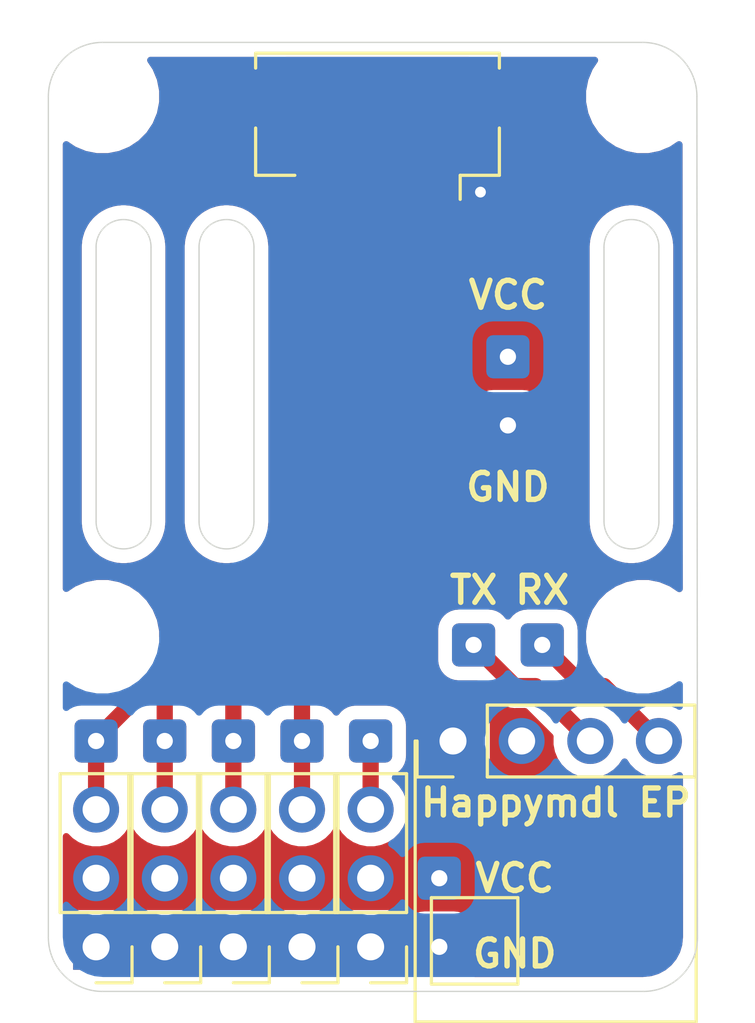
<source format=kicad_pcb>
(kicad_pcb (version 20171130) (host pcbnew "(5.1.9)-1")

  (general
    (thickness 1.6)
    (drawings 27)
    (tracks 26)
    (zones 0)
    (modules 22)
    (nets 8)
  )

  (page A4)
  (layers
    (0 F.Cu signal)
    (31 B.Cu signal)
    (32 B.Adhes user)
    (33 F.Adhes user)
    (34 B.Paste user)
    (35 F.Paste user)
    (36 B.SilkS user)
    (37 F.SilkS user)
    (38 B.Mask user)
    (39 F.Mask user)
    (40 Dwgs.User user)
    (41 Cmts.User user)
    (42 Eco1.User user)
    (43 Eco2.User user)
    (44 Edge.Cuts user)
    (45 Margin user)
    (46 B.CrtYd user)
    (47 F.CrtYd user)
    (48 B.Fab user hide)
    (49 F.Fab user hide)
  )

  (setup
    (last_trace_width 0.6)
    (user_trace_width 0.6)
    (trace_clearance 0.2)
    (zone_clearance 0.508)
    (zone_45_only no)
    (trace_min 0.2)
    (via_size 0.8)
    (via_drill 0.4)
    (via_min_size 0.4)
    (via_min_drill 0.3)
    (uvia_size 0.3)
    (uvia_drill 0.1)
    (uvias_allowed no)
    (uvia_min_size 0.2)
    (uvia_min_drill 0.1)
    (edge_width 0.05)
    (segment_width 0.2)
    (pcb_text_width 0.3)
    (pcb_text_size 1.5 1.5)
    (mod_edge_width 0.12)
    (mod_text_size 1 1)
    (mod_text_width 0.15)
    (pad_size 1.6 1.6)
    (pad_drill 0.6)
    (pad_to_mask_clearance 0)
    (aux_axis_origin 0 0)
    (visible_elements 7FFFFF7F)
    (pcbplotparams
      (layerselection 0x010fc_ffffffff)
      (usegerberextensions false)
      (usegerberattributes true)
      (usegerberadvancedattributes true)
      (creategerberjobfile true)
      (excludeedgelayer true)
      (linewidth 0.100000)
      (plotframeref false)
      (viasonmask false)
      (mode 1)
      (useauxorigin false)
      (hpglpennumber 1)
      (hpglpenspeed 20)
      (hpglpendiameter 15.000000)
      (psnegative false)
      (psa4output false)
      (plotreference true)
      (plotvalue true)
      (plotinvisibletext false)
      (padsonsilk false)
      (subtractmaskfromsilk false)
      (outputformat 1)
      (mirror false)
      (drillshape 0)
      (scaleselection 1)
      (outputdirectory "gerber"))
  )

  (net 0 "")
  (net 1 "Net-(J1-Pad3)")
  (net 2 GND)
  (net 3 +BATT)
  (net 4 "Net-(J1-Pad6)")
  (net 5 "Net-(J1-Pad5)")
  (net 6 "Net-(J1-Pad4)")
  (net 7 "Net-(J11-Pad3)")

  (net_class Default "This is the default net class."
    (clearance 0.2)
    (trace_width 0.25)
    (via_dia 0.8)
    (via_drill 0.4)
    (uvia_dia 0.3)
    (uvia_drill 0.1)
    (add_net +BATT)
    (add_net GND)
    (add_net "Net-(J1-Pad3)")
    (add_net "Net-(J1-Pad4)")
    (add_net "Net-(J1-Pad5)")
    (add_net "Net-(J1-Pad6)")
    (add_net "Net-(J11-Pad3)")
  )

  (module Connector_Wire:SolderWire-0.1sqmm_1x01_D0.4mm_OD1mm (layer F.Cu) (tedit 5EB70B42) (tstamp 6295B956)
    (at 117.602 114.554)
    (descr "Soldered wire connection, for a single 0.1 mm² wire, basic insulation, conductor diameter 0.4mm, outer diameter 1mm, size source Multi-Contact FLEXI-E 0.1 (https://ec.staubli.com/AcroFiles/Catalogues/TM_Cab-Main-11014119_(en)_hi.pdf), bend radius 3 times outer diameter, generated with kicad-footprint-generator")
    (tags "connector wire 0.1sqmm")
    (path /62953EBE)
    (attr virtual)
    (fp_text reference J6 (at 0 -2) (layer F.SilkS) hide
      (effects (font (size 1 1) (thickness 0.15)))
    )
    (fp_text value Conn_01x01 (at 0 2) (layer F.Fab) hide
      (effects (font (size 1 1) (thickness 0.15)))
    )
    (fp_line (start 1.3 -1.3) (end -1.3 -1.3) (layer F.CrtYd) (width 0.05))
    (fp_line (start 1.3 1.3) (end 1.3 -1.3) (layer F.CrtYd) (width 0.05))
    (fp_line (start -1.3 1.3) (end 1.3 1.3) (layer F.CrtYd) (width 0.05))
    (fp_line (start -1.3 -1.3) (end -1.3 1.3) (layer F.CrtYd) (width 0.05))
    (fp_circle (center 0 0) (end 0.5 0) (layer F.Fab) (width 0.1))
    (fp_text user %R (at 0 0) (layer F.Fab) hide
      (effects (font (size 0.25 0.25) (thickness 0.04)))
    )
    (pad 1 thru_hole roundrect (at 0 0) (size 1.6 1.6) (drill 0.6) (layers *.Cu *.Mask) (roundrect_rratio 0.15625)
      (net 2 GND))
    (model ${KISYS3DMOD}/Connector_Wire.3dshapes/SolderWire-0.1sqmm_1x01_D0.4mm_OD1mm.wrl
      (at (xyz 0 0 0))
      (scale (xyz 1 1 1))
      (rotate (xyz 0 0 0))
    )
  )

  (module Connector_Wire:SolderWire-0.1sqmm_1x01_D0.4mm_OD1mm (layer F.Cu) (tedit 5EB70B42) (tstamp 6295B94C)
    (at 117.602 112.014)
    (descr "Soldered wire connection, for a single 0.1 mm² wire, basic insulation, conductor diameter 0.4mm, outer diameter 1mm, size source Multi-Contact FLEXI-E 0.1 (https://ec.staubli.com/AcroFiles/Catalogues/TM_Cab-Main-11014119_(en)_hi.pdf), bend radius 3 times outer diameter, generated with kicad-footprint-generator")
    (tags "connector wire 0.1sqmm")
    (path /6295EAB7)
    (attr virtual)
    (fp_text reference J10 (at 0 -2) (layer F.SilkS) hide
      (effects (font (size 1 1) (thickness 0.15)))
    )
    (fp_text value Conn_01x01 (at 0 2) (layer F.Fab) hide
      (effects (font (size 1 1) (thickness 0.15)))
    )
    (fp_line (start 1.3 -1.3) (end -1.3 -1.3) (layer F.CrtYd) (width 0.05))
    (fp_line (start 1.3 1.3) (end 1.3 -1.3) (layer F.CrtYd) (width 0.05))
    (fp_line (start -1.3 1.3) (end 1.3 1.3) (layer F.CrtYd) (width 0.05))
    (fp_line (start -1.3 -1.3) (end -1.3 1.3) (layer F.CrtYd) (width 0.05))
    (fp_circle (center 0 0) (end 0.5 0) (layer F.Fab) (width 0.1))
    (fp_text user %R (at 0 0) (layer F.Fab) hide
      (effects (font (size 0.25 0.25) (thickness 0.04)))
    )
    (pad 1 thru_hole roundrect (at 0 0) (size 1.6 1.6) (drill 0.6) (layers *.Cu *.Mask) (roundrect_rratio 0.15625)
      (net 3 +BATT))
    (model ${KISYS3DMOD}/Connector_Wire.3dshapes/SolderWire-0.1sqmm_1x01_D0.4mm_OD1mm.wrl
      (at (xyz 0 0 0))
      (scale (xyz 1 1 1))
      (rotate (xyz 0 0 0))
    )
  )

  (module Connector_Wire:SolderWire-0.1sqmm_1x01_D0.4mm_OD1mm (layer F.Cu) (tedit 62954A4E) (tstamp 6295B6E2)
    (at 116.332 122.682)
    (descr "Soldered wire connection, for a single 0.1 mm² wire, basic insulation, conductor diameter 0.4mm, outer diameter 1mm, size source Multi-Contact FLEXI-E 0.1 (https://ec.staubli.com/AcroFiles/Catalogues/TM_Cab-Main-11014119_(en)_hi.pdf), bend radius 3 times outer diameter, generated with kicad-footprint-generator")
    (tags "connector wire 0.1sqmm")
    (path /629742D5)
    (attr virtual)
    (fp_text reference J12 (at 0 -2) (layer F.SilkS) hide
      (effects (font (size 1 1) (thickness 0.15)))
    )
    (fp_text value Conn_01x01 (at 0 2) (layer F.Fab) hide
      (effects (font (size 1 1) (thickness 0.15)))
    )
    (fp_circle (center 0 0) (end 0.5 0) (layer F.Fab) (width 0.1))
    (fp_line (start -1.3 -1.3) (end -1.3 1.3) (layer F.CrtYd) (width 0.05))
    (fp_line (start -1.3 1.3) (end 1.3 1.3) (layer F.CrtYd) (width 0.05))
    (fp_line (start 1.3 1.3) (end 1.3 -1.3) (layer F.CrtYd) (width 0.05))
    (fp_line (start 1.3 -1.3) (end -1.3 -1.3) (layer F.CrtYd) (width 0.05))
    (fp_text user %R (at 0 0) (layer F.Fab) hide
      (effects (font (size 0.25 0.25) (thickness 0.04)))
    )
    (pad 1 thru_hole roundrect (at 0 0) (size 1.6 1.6) (drill 0.6) (layers *.Cu *.Mask) (roundrect_rratio 0.156))
    (model ${KISYS3DMOD}/Connector_Wire.3dshapes/SolderWire-0.1sqmm_1x01_D0.4mm_OD1mm.wrl
      (at (xyz 0 0 0))
      (scale (xyz 1 1 1))
      (rotate (xyz 0 0 0))
    )
  )

  (module Connector_Wire:SolderWire-0.1sqmm_1x01_D0.4mm_OD1mm (layer F.Cu) (tedit 62954A4E) (tstamp 6295B685)
    (at 118.872 122.682)
    (descr "Soldered wire connection, for a single 0.1 mm² wire, basic insulation, conductor diameter 0.4mm, outer diameter 1mm, size source Multi-Contact FLEXI-E 0.1 (https://ec.staubli.com/AcroFiles/Catalogues/TM_Cab-Main-11014119_(en)_hi.pdf), bend radius 3 times outer diameter, generated with kicad-footprint-generator")
    (tags "connector wire 0.1sqmm")
    (path /629742D5)
    (attr virtual)
    (fp_text reference J12 (at 0 -2) (layer F.SilkS) hide
      (effects (font (size 1 1) (thickness 0.15)))
    )
    (fp_text value Conn_01x01 (at 0 2) (layer F.Fab) hide
      (effects (font (size 1 1) (thickness 0.15)))
    )
    (fp_line (start 1.3 -1.3) (end -1.3 -1.3) (layer F.CrtYd) (width 0.05))
    (fp_line (start 1.3 1.3) (end 1.3 -1.3) (layer F.CrtYd) (width 0.05))
    (fp_line (start -1.3 1.3) (end 1.3 1.3) (layer F.CrtYd) (width 0.05))
    (fp_line (start -1.3 -1.3) (end -1.3 1.3) (layer F.CrtYd) (width 0.05))
    (fp_circle (center 0 0) (end 0.5 0) (layer F.Fab) (width 0.1))
    (fp_text user %R (at 0 0) (layer F.Fab) hide
      (effects (font (size 0.25 0.25) (thickness 0.04)))
    )
    (pad 1 thru_hole roundrect (at 0 0) (size 1.6 1.6) (drill 0.6) (layers *.Cu *.Mask) (roundrect_rratio 0.156))
    (model ${KISYS3DMOD}/Connector_Wire.3dshapes/SolderWire-0.1sqmm_1x01_D0.4mm_OD1mm.wrl
      (at (xyz 0 0 0))
      (scale (xyz 1 1 1))
      (rotate (xyz 0 0 0))
    )
  )

  (module RC-PCBs:Happymodel_EP (layer F.Cu) (tedit 629549E5) (tstamp 6295B175)
    (at 115.57 126.238 90)
    (descr "Through hole straight pin header, 1x04, 2.54mm pitch, single row")
    (tags "Through hole pin header THT 1x04 2.54mm single row")
    (fp_text reference REF** (at 0 -2.33 90) (layer F.SilkS) hide
      (effects (font (size 1 1) (thickness 0.15)))
    )
    (fp_text value Happymodel_EP (at 0 9.95 90) (layer F.Fab) hide
      (effects (font (size 1 1) (thickness 0.15)))
    )
    (fp_line (start 1.8 -1.8) (end -1.8 -1.8) (layer F.CrtYd) (width 0.05))
    (fp_line (start 1.8 9.4) (end 1.8 -1.8) (layer F.CrtYd) (width 0.05))
    (fp_line (start -1.8 9.4) (end 1.8 9.4) (layer F.CrtYd) (width 0.05))
    (fp_line (start -1.8 -1.8) (end -1.8 9.4) (layer F.CrtYd) (width 0.05))
    (fp_line (start -1.33 -1.33) (end 0 -1.33) (layer F.SilkS) (width 0.12))
    (fp_line (start -1.33 0) (end -1.33 -1.33) (layer F.SilkS) (width 0.12))
    (fp_line (start -1.33 1.27) (end 1.33 1.27) (layer F.SilkS) (width 0.12))
    (fp_line (start 1.33 1.27) (end 1.33 8.95) (layer F.SilkS) (width 0.12))
    (fp_line (start -1.33 1.27) (end -1.33 8.95) (layer F.SilkS) (width 0.12))
    (fp_line (start -1.33 8.95) (end 1.33 8.95) (layer F.SilkS) (width 0.12))
    (fp_line (start -1.27 -0.635) (end -0.635 -1.27) (layer F.Fab) (width 0.1))
    (fp_line (start -1.27 8.89) (end -1.27 -0.635) (layer F.Fab) (width 0.1))
    (fp_line (start 1.27 8.89) (end -1.27 8.89) (layer F.Fab) (width 0.1))
    (fp_line (start 1.27 -1.27) (end 1.27 8.89) (layer F.Fab) (width 0.1))
    (fp_line (start -0.635 -1.27) (end 1.27 -1.27) (layer F.Fab) (width 0.1))
    (fp_line (start -10.4 8.9) (end -10.4 -1.4) (layer F.SilkS) (width 0.12))
    (fp_line (start -10.4 -1.4) (end 0 -1.4) (layer F.SilkS) (width 0.12))
    (fp_line (start 0 9) (end -10.4 9) (layer F.SilkS) (width 0.12))
    (fp_line (start -9 -0.8) (end -5.8 -0.8) (layer F.SilkS) (width 0.12))
    (fp_line (start -5.8 -0.8) (end -5.8 2.4) (layer F.SilkS) (width 0.12))
    (fp_line (start -9 2.4) (end -5.8 2.4) (layer F.SilkS) (width 0.12))
    (fp_line (start -9 2.4) (end -9 -0.8) (layer F.SilkS) (width 0.12))
    (fp_text user %R (at 0 3.81) (layer F.Fab) hide
      (effects (font (size 1 1) (thickness 0.15)))
    )
    (pad 4 thru_hole oval (at 0 7.62 90) (size 1.7 1.7) (drill 1) (layers *.Cu *.Mask))
    (pad 3 thru_hole oval (at 0 5.08 90) (size 1.7 1.7) (drill 1) (layers *.Cu *.Mask))
    (pad 2 thru_hole oval (at 0 2.54 90) (size 1.7 1.7) (drill 1) (layers *.Cu *.Mask)
      (net 3 +BATT))
    (pad 1 thru_hole rect (at 0 0 90) (size 1.7 1.7) (drill 1) (layers *.Cu *.Mask)
      (net 2 GND))
    (model ${KISYS3DMOD}/Connector_PinHeader_2.54mm.3dshapes/PinHeader_1x04_P2.54mm_Vertical.wrl
      (at (xyz 0 0 0))
      (scale (xyz 1 1 1))
      (rotate (xyz 0 0 0))
    )
  )

  (module MountingHole:MountingHole_2.2mm_M2 (layer F.Cu) (tedit 61150B2C) (tstamp 6112E80D)
    (at 122.596 122.376)
    (descr "Mounting Hole 2.2mm, no annular, M2")
    (tags "mounting hole 2.2mm no annular m2")
    (path /61155815)
    (attr virtual)
    (fp_text reference H4 (at 0 -3.2) (layer F.SilkS) hide
      (effects (font (size 1 1) (thickness 0.15)))
    )
    (fp_text value MountingHole (at 0 3.2) (layer F.Fab) hide
      (effects (font (size 1 1) (thickness 0.15)))
    )
    (fp_circle (center 0 0) (end 2.45 0) (layer F.CrtYd) (width 0.05))
    (fp_circle (center 0 0) (end 2.2 0) (layer Cmts.User) (width 0.15))
    (fp_text user %R (at 0.3 0) (layer F.Fab) hide
      (effects (font (size 1 1) (thickness 0.15)))
    )
    (pad "" np_thru_hole circle (at 0 0) (size 2.2 2.2) (drill 2.2) (layers *.Cu *.Mask)
      (clearance 1))
  )

  (module Connector_Wire:SolderWire-0.1sqmm_1x01_D0.4mm_OD1mm (layer F.Cu) (tedit 5EB70B42) (tstamp 629550CA)
    (at 102.362 126.238 180)
    (descr "Soldered wire connection, for a single 0.1 mm² wire, basic insulation, conductor diameter 0.4mm, outer diameter 1mm, size source Multi-Contact FLEXI-E 0.1 (https://ec.staubli.com/AcroFiles/Catalogues/TM_Cab-Main-11014119_(en)_hi.pdf), bend radius 3 times outer diameter, generated with kicad-footprint-generator")
    (tags "connector wire 0.1sqmm")
    (path /61199C10)
    (attr virtual)
    (fp_text reference J13 (at 0 -2) (layer F.SilkS) hide
      (effects (font (size 1 1) (thickness 0.15)))
    )
    (fp_text value Conn_01x01 (at 0 2) (layer F.Fab) hide
      (effects (font (size 1 1) (thickness 0.15)))
    )
    (fp_circle (center 0 0) (end 0.5 0) (layer F.Fab) (width 0.1))
    (fp_line (start -1.3 -1.3) (end -1.3 1.3) (layer F.CrtYd) (width 0.05))
    (fp_line (start -1.3 1.3) (end 1.3 1.3) (layer F.CrtYd) (width 0.05))
    (fp_line (start 1.3 1.3) (end 1.3 -1.3) (layer F.CrtYd) (width 0.05))
    (fp_line (start 1.3 -1.3) (end -1.3 -1.3) (layer F.CrtYd) (width 0.05))
    (fp_text user %R (at 0 0) (layer F.Fab) hide
      (effects (font (size 0.25 0.25) (thickness 0.04)))
    )
    (pad 1 thru_hole roundrect (at 0 0 180) (size 1.6 1.6) (drill 0.6) (layers *.Cu *.Mask) (roundrect_rratio 0.15625)
      (net 4 "Net-(J1-Pad6)"))
    (model ${KISYS3DMOD}/Connector_Wire.3dshapes/SolderWire-0.1sqmm_1x01_D0.4mm_OD1mm.wrl
      (at (xyz 0 0 0))
      (scale (xyz 1 1 1))
      (rotate (xyz 0 0 0))
    )
  )

  (module Connector_Wire:SolderWire-0.1sqmm_1x01_D0.4mm_OD1mm (layer F.Cu) (tedit 5EB70B42) (tstamp 6295506A)
    (at 112.522 126.238)
    (descr "Soldered wire connection, for a single 0.1 mm² wire, basic insulation, conductor diameter 0.4mm, outer diameter 1mm, size source Multi-Contact FLEXI-E 0.1 (https://ec.staubli.com/AcroFiles/Catalogues/TM_Cab-Main-11014119_(en)_hi.pdf), bend radius 3 times outer diameter, generated with kicad-footprint-generator")
    (tags "connector wire 0.1sqmm")
    (path /629742D5)
    (attr virtual)
    (fp_text reference J12 (at 0 -2) (layer F.SilkS) hide
      (effects (font (size 1 1) (thickness 0.15)))
    )
    (fp_text value Conn_01x01 (at 0 2) (layer F.Fab) hide
      (effects (font (size 1 1) (thickness 0.15)))
    )
    (fp_circle (center 0 0) (end 0.5 0) (layer F.Fab) (width 0.1))
    (fp_line (start -1.3 -1.3) (end -1.3 1.3) (layer F.CrtYd) (width 0.05))
    (fp_line (start -1.3 1.3) (end 1.3 1.3) (layer F.CrtYd) (width 0.05))
    (fp_line (start 1.3 1.3) (end 1.3 -1.3) (layer F.CrtYd) (width 0.05))
    (fp_line (start 1.3 -1.3) (end -1.3 -1.3) (layer F.CrtYd) (width 0.05))
    (fp_text user %R (at 0 0) (layer F.Fab) hide
      (effects (font (size 0.25 0.25) (thickness 0.04)))
    )
    (pad 1 thru_hole roundrect (at 0 0) (size 1.6 1.6) (drill 0.6) (layers *.Cu *.Mask) (roundrect_rratio 0.15625)
      (net 7 "Net-(J11-Pad3)"))
    (model ${KISYS3DMOD}/Connector_Wire.3dshapes/SolderWire-0.1sqmm_1x01_D0.4mm_OD1mm.wrl
      (at (xyz 0 0 0))
      (scale (xyz 1 1 1))
      (rotate (xyz 0 0 0))
    )
  )

  (module Connector_PinHeader_2.54mm:PinHeader_1x03_P2.54mm_Vertical (layer F.Cu) (tedit 59FED5CC) (tstamp 62954FF8)
    (at 112.522 133.858 180)
    (descr "Through hole straight pin header, 1x03, 2.54mm pitch, single row")
    (tags "Through hole pin header THT 1x03 2.54mm single row")
    (path /62971FA0)
    (fp_text reference J11 (at 0 -2.33) (layer F.SilkS) hide
      (effects (font (size 1 1) (thickness 0.15)))
    )
    (fp_text value Conn_01x03 (at 0 7.41) (layer F.Fab) hide
      (effects (font (size 1 1) (thickness 0.15)))
    )
    (fp_line (start -0.635 -1.27) (end 1.27 -1.27) (layer F.Fab) (width 0.1))
    (fp_line (start 1.27 -1.27) (end 1.27 6.35) (layer F.Fab) (width 0.1))
    (fp_line (start 1.27 6.35) (end -1.27 6.35) (layer F.Fab) (width 0.1))
    (fp_line (start -1.27 6.35) (end -1.27 -0.635) (layer F.Fab) (width 0.1))
    (fp_line (start -1.27 -0.635) (end -0.635 -1.27) (layer F.Fab) (width 0.1))
    (fp_line (start -1.33 6.41) (end 1.33 6.41) (layer F.SilkS) (width 0.12))
    (fp_line (start -1.33 1.27) (end -1.33 6.41) (layer F.SilkS) (width 0.12))
    (fp_line (start 1.33 1.27) (end 1.33 6.41) (layer F.SilkS) (width 0.12))
    (fp_line (start -1.33 1.27) (end 1.33 1.27) (layer F.SilkS) (width 0.12))
    (fp_line (start -1.33 0) (end -1.33 -1.33) (layer F.SilkS) (width 0.12))
    (fp_line (start -1.33 -1.33) (end 0 -1.33) (layer F.SilkS) (width 0.12))
    (fp_line (start -1.8 -1.8) (end -1.8 6.85) (layer F.CrtYd) (width 0.05))
    (fp_line (start -1.8 6.85) (end 1.8 6.85) (layer F.CrtYd) (width 0.05))
    (fp_line (start 1.8 6.85) (end 1.8 -1.8) (layer F.CrtYd) (width 0.05))
    (fp_line (start 1.8 -1.8) (end -1.8 -1.8) (layer F.CrtYd) (width 0.05))
    (fp_text user %R (at 0 2.54 90) (layer F.Fab) hide
      (effects (font (size 1 1) (thickness 0.15)))
    )
    (pad 3 thru_hole oval (at 0 5.08 180) (size 1.7 1.7) (drill 1) (layers *.Cu *.Mask)
      (net 7 "Net-(J11-Pad3)"))
    (pad 2 thru_hole oval (at 0 2.54 180) (size 1.7 1.7) (drill 1) (layers *.Cu *.Mask)
      (net 3 +BATT))
    (pad 1 thru_hole rect (at 0 0 180) (size 1.7 1.7) (drill 1) (layers *.Cu *.Mask)
      (net 2 GND))
    (model ${KISYS3DMOD}/Connector_PinHeader_2.54mm.3dshapes/PinHeader_1x03_P2.54mm_Vertical.wrl
      (at (xyz 0 0 0))
      (scale (xyz 1 1 1))
      (rotate (xyz 0 0 0))
    )
  )

  (module Connector_Wire:SolderWire-0.1sqmm_1x01_D0.4mm_OD1mm (layer F.Cu) (tedit 5EB70B42) (tstamp 6295504C)
    (at 115.062 131.318)
    (descr "Soldered wire connection, for a single 0.1 mm² wire, basic insulation, conductor diameter 0.4mm, outer diameter 1mm, size source Multi-Contact FLEXI-E 0.1 (https://ec.staubli.com/AcroFiles/Catalogues/TM_Cab-Main-11014119_(en)_hi.pdf), bend radius 3 times outer diameter, generated with kicad-footprint-generator")
    (tags "connector wire 0.1sqmm")
    (path /6295EAB7)
    (attr virtual)
    (fp_text reference J10 (at 0 -2) (layer F.SilkS) hide
      (effects (font (size 1 1) (thickness 0.15)))
    )
    (fp_text value Conn_01x01 (at 0 2) (layer F.Fab) hide
      (effects (font (size 1 1) (thickness 0.15)))
    )
    (fp_circle (center 0 0) (end 0.5 0) (layer F.Fab) (width 0.1))
    (fp_line (start -1.3 -1.3) (end -1.3 1.3) (layer F.CrtYd) (width 0.05))
    (fp_line (start -1.3 1.3) (end 1.3 1.3) (layer F.CrtYd) (width 0.05))
    (fp_line (start 1.3 1.3) (end 1.3 -1.3) (layer F.CrtYd) (width 0.05))
    (fp_line (start 1.3 -1.3) (end -1.3 -1.3) (layer F.CrtYd) (width 0.05))
    (fp_text user %R (at 0 0) (layer F.Fab) hide
      (effects (font (size 0.25 0.25) (thickness 0.04)))
    )
    (pad 1 thru_hole roundrect (at 0 0) (size 1.6 1.6) (drill 0.6) (layers *.Cu *.Mask) (roundrect_rratio 0.15625)
      (net 3 +BATT))
    (model ${KISYS3DMOD}/Connector_Wire.3dshapes/SolderWire-0.1sqmm_1x01_D0.4mm_OD1mm.wrl
      (at (xyz 0 0 0))
      (scale (xyz 1 1 1))
      (rotate (xyz 0 0 0))
    )
  )

  (module Connector_Wire:SolderWire-0.1sqmm_1x01_D0.4mm_OD1mm (layer F.Cu) (tedit 5EB70B42) (tstamp 6295502E)
    (at 109.982 126.238)
    (descr "Soldered wire connection, for a single 0.1 mm² wire, basic insulation, conductor diameter 0.4mm, outer diameter 1mm, size source Multi-Contact FLEXI-E 0.1 (https://ec.staubli.com/AcroFiles/Catalogues/TM_Cab-Main-11014119_(en)_hi.pdf), bend radius 3 times outer diameter, generated with kicad-footprint-generator")
    (tags "connector wire 0.1sqmm")
    (path /61181143)
    (attr virtual)
    (fp_text reference J9 (at 0 -2) (layer F.SilkS) hide
      (effects (font (size 1 1) (thickness 0.15)))
    )
    (fp_text value Conn_01x01 (at 0 2) (layer F.Fab) hide
      (effects (font (size 1 1) (thickness 0.15)))
    )
    (fp_circle (center 0 0) (end 0.5 0) (layer F.Fab) (width 0.1))
    (fp_line (start -1.3 -1.3) (end -1.3 1.3) (layer F.CrtYd) (width 0.05))
    (fp_line (start -1.3 1.3) (end 1.3 1.3) (layer F.CrtYd) (width 0.05))
    (fp_line (start 1.3 1.3) (end 1.3 -1.3) (layer F.CrtYd) (width 0.05))
    (fp_line (start 1.3 -1.3) (end -1.3 -1.3) (layer F.CrtYd) (width 0.05))
    (fp_text user %R (at 0 0) (layer F.Fab) hide
      (effects (font (size 0.25 0.25) (thickness 0.04)))
    )
    (pad 1 thru_hole roundrect (at 0 0) (size 1.6 1.6) (drill 0.6) (layers *.Cu *.Mask) (roundrect_rratio 0.15625)
      (net 1 "Net-(J1-Pad3)"))
    (model ${KISYS3DMOD}/Connector_Wire.3dshapes/SolderWire-0.1sqmm_1x01_D0.4mm_OD1mm.wrl
      (at (xyz 0 0 0))
      (scale (xyz 1 1 1))
      (rotate (xyz 0 0 0))
    )
  )

  (module Connector_Wire:SolderWire-0.1sqmm_1x01_D0.4mm_OD1mm (layer F.Cu) (tedit 5EB70B42) (tstamp 62954FB0)
    (at 107.442 126.238)
    (descr "Soldered wire connection, for a single 0.1 mm² wire, basic insulation, conductor diameter 0.4mm, outer diameter 1mm, size source Multi-Contact FLEXI-E 0.1 (https://ec.staubli.com/AcroFiles/Catalogues/TM_Cab-Main-11014119_(en)_hi.pdf), bend radius 3 times outer diameter, generated with kicad-footprint-generator")
    (tags "connector wire 0.1sqmm")
    (path /6118060C)
    (attr virtual)
    (fp_text reference J8 (at 0 -2) (layer F.SilkS) hide
      (effects (font (size 1 1) (thickness 0.15)))
    )
    (fp_text value Conn_01x01 (at 0 2) (layer F.Fab) hide
      (effects (font (size 1 1) (thickness 0.15)))
    )
    (fp_circle (center 0 0) (end 0.5 0) (layer F.Fab) (width 0.1))
    (fp_line (start -1.3 -1.3) (end -1.3 1.3) (layer F.CrtYd) (width 0.05))
    (fp_line (start -1.3 1.3) (end 1.3 1.3) (layer F.CrtYd) (width 0.05))
    (fp_line (start 1.3 1.3) (end 1.3 -1.3) (layer F.CrtYd) (width 0.05))
    (fp_line (start 1.3 -1.3) (end -1.3 -1.3) (layer F.CrtYd) (width 0.05))
    (fp_text user %R (at 0 0) (layer F.Fab) hide
      (effects (font (size 0.25 0.25) (thickness 0.04)))
    )
    (pad 1 thru_hole roundrect (at 0 0) (size 1.6 1.6) (drill 0.6) (layers *.Cu *.Mask) (roundrect_rratio 0.15625)
      (net 6 "Net-(J1-Pad4)"))
    (model ${KISYS3DMOD}/Connector_Wire.3dshapes/SolderWire-0.1sqmm_1x01_D0.4mm_OD1mm.wrl
      (at (xyz 0 0 0))
      (scale (xyz 1 1 1))
      (rotate (xyz 0 0 0))
    )
  )

  (module Connector_Wire:SolderWire-0.1sqmm_1x01_D0.4mm_OD1mm (layer F.Cu) (tedit 5EB70B42) (tstamp 62954FCE)
    (at 104.902 126.238)
    (descr "Soldered wire connection, for a single 0.1 mm² wire, basic insulation, conductor diameter 0.4mm, outer diameter 1mm, size source Multi-Contact FLEXI-E 0.1 (https://ec.staubli.com/AcroFiles/Catalogues/TM_Cab-Main-11014119_(en)_hi.pdf), bend radius 3 times outer diameter, generated with kicad-footprint-generator")
    (tags "connector wire 0.1sqmm")
    (path /6117E1ED)
    (attr virtual)
    (fp_text reference J7 (at 0 -2) (layer F.SilkS) hide
      (effects (font (size 1 1) (thickness 0.15)))
    )
    (fp_text value Conn_01x01 (at 0 2) (layer F.Fab) hide
      (effects (font (size 1 1) (thickness 0.15)))
    )
    (fp_circle (center 0 0) (end 0.5 0) (layer F.Fab) (width 0.1))
    (fp_line (start -1.3 -1.3) (end -1.3 1.3) (layer F.CrtYd) (width 0.05))
    (fp_line (start -1.3 1.3) (end 1.3 1.3) (layer F.CrtYd) (width 0.05))
    (fp_line (start 1.3 1.3) (end 1.3 -1.3) (layer F.CrtYd) (width 0.05))
    (fp_line (start 1.3 -1.3) (end -1.3 -1.3) (layer F.CrtYd) (width 0.05))
    (fp_text user %R (at 0 0) (layer F.Fab) hide
      (effects (font (size 0.25 0.25) (thickness 0.04)))
    )
    (pad 1 thru_hole roundrect (at 0 0) (size 1.6 1.6) (drill 0.6) (layers *.Cu *.Mask) (roundrect_rratio 0.15625)
      (net 5 "Net-(J1-Pad5)"))
    (model ${KISYS3DMOD}/Connector_Wire.3dshapes/SolderWire-0.1sqmm_1x01_D0.4mm_OD1mm.wrl
      (at (xyz 0 0 0))
      (scale (xyz 1 1 1))
      (rotate (xyz 0 0 0))
    )
  )

  (module Connector_Wire:SolderWire-0.1sqmm_1x01_D0.4mm_OD1mm (layer F.Cu) (tedit 5EB70B42) (tstamp 62954F92)
    (at 115.062 133.858)
    (descr "Soldered wire connection, for a single 0.1 mm² wire, basic insulation, conductor diameter 0.4mm, outer diameter 1mm, size source Multi-Contact FLEXI-E 0.1 (https://ec.staubli.com/AcroFiles/Catalogues/TM_Cab-Main-11014119_(en)_hi.pdf), bend radius 3 times outer diameter, generated with kicad-footprint-generator")
    (tags "connector wire 0.1sqmm")
    (path /62953EBE)
    (attr virtual)
    (fp_text reference J6 (at 0 -2) (layer F.SilkS) hide
      (effects (font (size 1 1) (thickness 0.15)))
    )
    (fp_text value Conn_01x01 (at 0 2) (layer F.Fab) hide
      (effects (font (size 1 1) (thickness 0.15)))
    )
    (fp_circle (center 0 0) (end 0.5 0) (layer F.Fab) (width 0.1))
    (fp_line (start -1.3 -1.3) (end -1.3 1.3) (layer F.CrtYd) (width 0.05))
    (fp_line (start -1.3 1.3) (end 1.3 1.3) (layer F.CrtYd) (width 0.05))
    (fp_line (start 1.3 1.3) (end 1.3 -1.3) (layer F.CrtYd) (width 0.05))
    (fp_line (start 1.3 -1.3) (end -1.3 -1.3) (layer F.CrtYd) (width 0.05))
    (fp_text user %R (at 0 0) (layer F.Fab) hide
      (effects (font (size 0.25 0.25) (thickness 0.04)))
    )
    (pad 1 thru_hole roundrect (at 0 0) (size 1.6 1.6) (drill 0.6) (layers *.Cu *.Mask) (roundrect_rratio 0.15625)
      (net 2 GND))
    (model ${KISYS3DMOD}/Connector_Wire.3dshapes/SolderWire-0.1sqmm_1x01_D0.4mm_OD1mm.wrl
      (at (xyz 0 0 0))
      (scale (xyz 1 1 1))
      (rotate (xyz 0 0 0))
    )
  )

  (module Connector_JST:JST_SHL_SM06B-SHLS-TF_1x06-1MP_P1.00mm_Horizontal (layer F.Cu) (tedit 5B78AD87) (tstamp 6112DF1A)
    (at 112.776 103.886 180)
    (descr "JST SHL series connector, SM06B-SHLS-TF (http://www.jst-mfg.com/product/pdf/eng/eSHL.pdf), generated with kicad-footprint-generator")
    (tags "connector JST SHL top entry")
    (path /61123FD6)
    (attr smd)
    (fp_text reference J1 (at 0 -3.5) (layer F.SilkS) hide
      (effects (font (size 1 1) (thickness 0.15)))
    )
    (fp_text value Conn_01x06 (at 0 4.2) (layer F.Fab) hide
      (effects (font (size 1 1) (thickness 0.15)))
    )
    (fp_line (start -4.4 -1.3) (end 4.4 -1.3) (layer F.Fab) (width 0.1))
    (fp_line (start -4.51 0.34) (end -4.51 -1.41) (layer F.SilkS) (width 0.12))
    (fp_line (start -4.51 -1.41) (end -3.06 -1.41) (layer F.SilkS) (width 0.12))
    (fp_line (start -3.06 -1.41) (end -3.06 -2.3) (layer F.SilkS) (width 0.12))
    (fp_line (start 4.51 0.34) (end 4.51 -1.41) (layer F.SilkS) (width 0.12))
    (fp_line (start 4.51 -1.41) (end 3.06 -1.41) (layer F.SilkS) (width 0.12))
    (fp_line (start -4.51 2.56) (end -4.51 3.11) (layer F.SilkS) (width 0.12))
    (fp_line (start -4.51 3.11) (end 4.51 3.11) (layer F.SilkS) (width 0.12))
    (fp_line (start 4.51 3.11) (end 4.51 2.56) (layer F.SilkS) (width 0.12))
    (fp_line (start -4.4 3) (end 4.4 3) (layer F.Fab) (width 0.1))
    (fp_line (start -4.4 -1.3) (end -4.4 3) (layer F.Fab) (width 0.1))
    (fp_line (start 4.4 -1.3) (end 4.4 3) (layer F.Fab) (width 0.1))
    (fp_line (start -4.9 -2.8) (end -4.9 3.5) (layer F.CrtYd) (width 0.05))
    (fp_line (start -4.9 3.5) (end 4.9 3.5) (layer F.CrtYd) (width 0.05))
    (fp_line (start 4.9 3.5) (end 4.9 -2.8) (layer F.CrtYd) (width 0.05))
    (fp_line (start 4.9 -2.8) (end -4.9 -2.8) (layer F.CrtYd) (width 0.05))
    (fp_line (start -3 -1.3) (end -2.5 -0.592893) (layer F.Fab) (width 0.1))
    (fp_line (start -2.5 -0.592893) (end -2 -1.3) (layer F.Fab) (width 0.1))
    (fp_text user %R (at 0 0.5) (layer F.Fab) hide
      (effects (font (size 1 1) (thickness 0.15)))
    )
    (pad MP smd roundrect (at 3.95 1.45 180) (size 0.9 1.7) (layers F.Cu F.Paste F.Mask) (roundrect_rratio 0.25))
    (pad MP smd roundrect (at -3.95 1.45 180) (size 0.9 1.7) (layers F.Cu F.Paste F.Mask) (roundrect_rratio 0.25))
    (pad 6 smd roundrect (at 2.5 -1.675 180) (size 0.6 1.25) (layers F.Cu F.Paste F.Mask) (roundrect_rratio 0.25)
      (net 4 "Net-(J1-Pad6)"))
    (pad 5 smd roundrect (at 1.5 -1.675 180) (size 0.6 1.25) (layers F.Cu F.Paste F.Mask) (roundrect_rratio 0.25)
      (net 5 "Net-(J1-Pad5)"))
    (pad 4 smd roundrect (at 0.5 -1.675 180) (size 0.6 1.25) (layers F.Cu F.Paste F.Mask) (roundrect_rratio 0.25)
      (net 6 "Net-(J1-Pad4)"))
    (pad 3 smd roundrect (at -0.5 -1.675 180) (size 0.6 1.25) (layers F.Cu F.Paste F.Mask) (roundrect_rratio 0.25)
      (net 1 "Net-(J1-Pad3)"))
    (pad 2 smd roundrect (at -1.5 -1.675 180) (size 0.6 1.25) (layers F.Cu F.Paste F.Mask) (roundrect_rratio 0.25)
      (net 3 +BATT))
    (pad 1 smd roundrect (at -2.5 -1.675 180) (size 0.6 1.25) (layers F.Cu F.Paste F.Mask) (roundrect_rratio 0.25)
      (net 2 GND))
    (model ${KISYS3DMOD}/Connector_JST.3dshapes/JST_SHL_SM06B-SHLS-TF_1x06-1MP_P1.00mm_Horizontal.wrl
      (at (xyz 0 0 0))
      (scale (xyz 1 1 1))
      (rotate (xyz 0 0 0))
    )
  )

  (module Connector_PinHeader_2.54mm:PinHeader_1x03_P2.54mm_Vertical (layer F.Cu) (tedit 59FED5CC) (tstamp 62955094)
    (at 109.982 133.858 180)
    (descr "Through hole straight pin header, 1x03, 2.54mm pitch, single row")
    (tags "Through hole pin header THT 1x03 2.54mm single row")
    (path /6116C28F)
    (fp_text reference J5 (at 0 -2.33) (layer F.SilkS) hide
      (effects (font (size 1 1) (thickness 0.15)))
    )
    (fp_text value Conn_01x03 (at 0 7.41) (layer F.Fab) hide
      (effects (font (size 1 1) (thickness 0.15)))
    )
    (fp_line (start -0.635 -1.27) (end 1.27 -1.27) (layer F.Fab) (width 0.1))
    (fp_line (start 1.27 -1.27) (end 1.27 6.35) (layer F.Fab) (width 0.1))
    (fp_line (start 1.27 6.35) (end -1.27 6.35) (layer F.Fab) (width 0.1))
    (fp_line (start -1.27 6.35) (end -1.27 -0.635) (layer F.Fab) (width 0.1))
    (fp_line (start -1.27 -0.635) (end -0.635 -1.27) (layer F.Fab) (width 0.1))
    (fp_line (start -1.33 6.41) (end 1.33 6.41) (layer F.SilkS) (width 0.12))
    (fp_line (start -1.33 1.27) (end -1.33 6.41) (layer F.SilkS) (width 0.12))
    (fp_line (start 1.33 1.27) (end 1.33 6.41) (layer F.SilkS) (width 0.12))
    (fp_line (start -1.33 1.27) (end 1.33 1.27) (layer F.SilkS) (width 0.12))
    (fp_line (start -1.33 0) (end -1.33 -1.33) (layer F.SilkS) (width 0.12))
    (fp_line (start -1.33 -1.33) (end 0 -1.33) (layer F.SilkS) (width 0.12))
    (fp_line (start -1.8 -1.8) (end -1.8 6.85) (layer F.CrtYd) (width 0.05))
    (fp_line (start -1.8 6.85) (end 1.8 6.85) (layer F.CrtYd) (width 0.05))
    (fp_line (start 1.8 6.85) (end 1.8 -1.8) (layer F.CrtYd) (width 0.05))
    (fp_line (start 1.8 -1.8) (end -1.8 -1.8) (layer F.CrtYd) (width 0.05))
    (fp_text user %R (at 0 2.54 90) (layer F.Fab) hide
      (effects (font (size 1 1) (thickness 0.15)))
    )
    (pad 3 thru_hole oval (at 0 5.08 180) (size 1.7 1.7) (drill 1) (layers *.Cu *.Mask)
      (net 1 "Net-(J1-Pad3)"))
    (pad 2 thru_hole oval (at 0 2.54 180) (size 1.7 1.7) (drill 1) (layers *.Cu *.Mask)
      (net 3 +BATT))
    (pad 1 thru_hole rect (at 0 0 180) (size 1.7 1.7) (drill 1) (layers *.Cu *.Mask)
      (net 2 GND))
    (model ${KISYS3DMOD}/Connector_PinHeader_2.54mm.3dshapes/PinHeader_1x03_P2.54mm_Vertical.wrl
      (at (xyz 0 0 0))
      (scale (xyz 1 1 1))
      (rotate (xyz 0 0 0))
    )
  )

  (module Connector_PinHeader_2.54mm:PinHeader_1x03_P2.54mm_Vertical (layer F.Cu) (tedit 59FED5CC) (tstamp 62954F14)
    (at 107.442 133.858 180)
    (descr "Through hole straight pin header, 1x03, 2.54mm pitch, single row")
    (tags "Through hole pin header THT 1x03 2.54mm single row")
    (path /6112D870)
    (fp_text reference J4 (at 0 -2.33) (layer F.SilkS) hide
      (effects (font (size 1 1) (thickness 0.15)))
    )
    (fp_text value Conn_01x03 (at 0 7.41) (layer F.Fab) hide
      (effects (font (size 1 1) (thickness 0.15)))
    )
    (fp_line (start -0.635 -1.27) (end 1.27 -1.27) (layer F.Fab) (width 0.1))
    (fp_line (start 1.27 -1.27) (end 1.27 6.35) (layer F.Fab) (width 0.1))
    (fp_line (start 1.27 6.35) (end -1.27 6.35) (layer F.Fab) (width 0.1))
    (fp_line (start -1.27 6.35) (end -1.27 -0.635) (layer F.Fab) (width 0.1))
    (fp_line (start -1.27 -0.635) (end -0.635 -1.27) (layer F.Fab) (width 0.1))
    (fp_line (start -1.33 6.41) (end 1.33 6.41) (layer F.SilkS) (width 0.12))
    (fp_line (start -1.33 1.27) (end -1.33 6.41) (layer F.SilkS) (width 0.12))
    (fp_line (start 1.33 1.27) (end 1.33 6.41) (layer F.SilkS) (width 0.12))
    (fp_line (start -1.33 1.27) (end 1.33 1.27) (layer F.SilkS) (width 0.12))
    (fp_line (start -1.33 0) (end -1.33 -1.33) (layer F.SilkS) (width 0.12))
    (fp_line (start -1.33 -1.33) (end 0 -1.33) (layer F.SilkS) (width 0.12))
    (fp_line (start -1.8 -1.8) (end -1.8 6.85) (layer F.CrtYd) (width 0.05))
    (fp_line (start -1.8 6.85) (end 1.8 6.85) (layer F.CrtYd) (width 0.05))
    (fp_line (start 1.8 6.85) (end 1.8 -1.8) (layer F.CrtYd) (width 0.05))
    (fp_line (start 1.8 -1.8) (end -1.8 -1.8) (layer F.CrtYd) (width 0.05))
    (fp_text user %R (at 0 2.54 90) (layer F.Fab) hide
      (effects (font (size 1 1) (thickness 0.15)))
    )
    (pad 3 thru_hole oval (at 0 5.08 180) (size 1.7 1.7) (drill 1) (layers *.Cu *.Mask)
      (net 6 "Net-(J1-Pad4)"))
    (pad 2 thru_hole oval (at 0 2.54 180) (size 1.7 1.7) (drill 1) (layers *.Cu *.Mask)
      (net 3 +BATT))
    (pad 1 thru_hole rect (at 0 0 180) (size 1.7 1.7) (drill 1) (layers *.Cu *.Mask)
      (net 2 GND))
    (model ${KISYS3DMOD}/Connector_PinHeader_2.54mm.3dshapes/PinHeader_1x03_P2.54mm_Vertical.wrl
      (at (xyz 0 0 0))
      (scale (xyz 1 1 1))
      (rotate (xyz 0 0 0))
    )
  )

  (module Connector_PinHeader_2.54mm:PinHeader_1x03_P2.54mm_Vertical (layer F.Cu) (tedit 59FED5CC) (tstamp 62954ED2)
    (at 104.902 133.858 180)
    (descr "Through hole straight pin header, 1x03, 2.54mm pitch, single row")
    (tags "Through hole pin header THT 1x03 2.54mm single row")
    (path /6112CA1B)
    (fp_text reference J3 (at 0 -2.33) (layer F.SilkS) hide
      (effects (font (size 1 1) (thickness 0.15)))
    )
    (fp_text value Conn_01x03 (at 0 7.41) (layer F.Fab) hide
      (effects (font (size 1 1) (thickness 0.15)))
    )
    (fp_line (start -0.635 -1.27) (end 1.27 -1.27) (layer F.Fab) (width 0.1))
    (fp_line (start 1.27 -1.27) (end 1.27 6.35) (layer F.Fab) (width 0.1))
    (fp_line (start 1.27 6.35) (end -1.27 6.35) (layer F.Fab) (width 0.1))
    (fp_line (start -1.27 6.35) (end -1.27 -0.635) (layer F.Fab) (width 0.1))
    (fp_line (start -1.27 -0.635) (end -0.635 -1.27) (layer F.Fab) (width 0.1))
    (fp_line (start -1.33 6.41) (end 1.33 6.41) (layer F.SilkS) (width 0.12))
    (fp_line (start -1.33 1.27) (end -1.33 6.41) (layer F.SilkS) (width 0.12))
    (fp_line (start 1.33 1.27) (end 1.33 6.41) (layer F.SilkS) (width 0.12))
    (fp_line (start -1.33 1.27) (end 1.33 1.27) (layer F.SilkS) (width 0.12))
    (fp_line (start -1.33 0) (end -1.33 -1.33) (layer F.SilkS) (width 0.12))
    (fp_line (start -1.33 -1.33) (end 0 -1.33) (layer F.SilkS) (width 0.12))
    (fp_line (start -1.8 -1.8) (end -1.8 6.85) (layer F.CrtYd) (width 0.05))
    (fp_line (start -1.8 6.85) (end 1.8 6.85) (layer F.CrtYd) (width 0.05))
    (fp_line (start 1.8 6.85) (end 1.8 -1.8) (layer F.CrtYd) (width 0.05))
    (fp_line (start 1.8 -1.8) (end -1.8 -1.8) (layer F.CrtYd) (width 0.05))
    (fp_text user %R (at 0 2.54 90) (layer F.Fab) hide
      (effects (font (size 1 1) (thickness 0.15)))
    )
    (pad 3 thru_hole oval (at 0 5.08 180) (size 1.7 1.7) (drill 1) (layers *.Cu *.Mask)
      (net 5 "Net-(J1-Pad5)"))
    (pad 2 thru_hole oval (at 0 2.54 180) (size 1.7 1.7) (drill 1) (layers *.Cu *.Mask)
      (net 3 +BATT))
    (pad 1 thru_hole rect (at 0 0 180) (size 1.7 1.7) (drill 1) (layers *.Cu *.Mask)
      (net 2 GND))
    (model ${KISYS3DMOD}/Connector_PinHeader_2.54mm.3dshapes/PinHeader_1x03_P2.54mm_Vertical.wrl
      (at (xyz 0 0 0))
      (scale (xyz 1 1 1))
      (rotate (xyz 0 0 0))
    )
  )

  (module Connector_PinHeader_2.54mm:PinHeader_1x03_P2.54mm_Vertical (layer F.Cu) (tedit 59FED5CC) (tstamp 62954F56)
    (at 102.362 133.858 180)
    (descr "Through hole straight pin header, 1x03, 2.54mm pitch, single row")
    (tags "Through hole pin header THT 1x03 2.54mm single row")
    (path /611285D8)
    (fp_text reference J2 (at 0 -2.33) (layer F.SilkS) hide
      (effects (font (size 1 1) (thickness 0.15)))
    )
    (fp_text value Conn_01x03 (at 0 7.41) (layer F.Fab) hide
      (effects (font (size 1 1) (thickness 0.15)))
    )
    (fp_line (start -0.635 -1.27) (end 1.27 -1.27) (layer F.Fab) (width 0.1))
    (fp_line (start 1.27 -1.27) (end 1.27 6.35) (layer F.Fab) (width 0.1))
    (fp_line (start 1.27 6.35) (end -1.27 6.35) (layer F.Fab) (width 0.1))
    (fp_line (start -1.27 6.35) (end -1.27 -0.635) (layer F.Fab) (width 0.1))
    (fp_line (start -1.27 -0.635) (end -0.635 -1.27) (layer F.Fab) (width 0.1))
    (fp_line (start -1.33 6.41) (end 1.33 6.41) (layer F.SilkS) (width 0.12))
    (fp_line (start -1.33 1.27) (end -1.33 6.41) (layer F.SilkS) (width 0.12))
    (fp_line (start 1.33 1.27) (end 1.33 6.41) (layer F.SilkS) (width 0.12))
    (fp_line (start -1.33 1.27) (end 1.33 1.27) (layer F.SilkS) (width 0.12))
    (fp_line (start -1.33 0) (end -1.33 -1.33) (layer F.SilkS) (width 0.12))
    (fp_line (start -1.33 -1.33) (end 0 -1.33) (layer F.SilkS) (width 0.12))
    (fp_line (start -1.8 -1.8) (end -1.8 6.85) (layer F.CrtYd) (width 0.05))
    (fp_line (start -1.8 6.85) (end 1.8 6.85) (layer F.CrtYd) (width 0.05))
    (fp_line (start 1.8 6.85) (end 1.8 -1.8) (layer F.CrtYd) (width 0.05))
    (fp_line (start 1.8 -1.8) (end -1.8 -1.8) (layer F.CrtYd) (width 0.05))
    (fp_text user %R (at 0 2.54 90) (layer F.Fab) hide
      (effects (font (size 1 1) (thickness 0.15)))
    )
    (pad 3 thru_hole oval (at 0 5.08 180) (size 1.7 1.7) (drill 1) (layers *.Cu *.Mask)
      (net 4 "Net-(J1-Pad6)"))
    (pad 2 thru_hole oval (at 0 2.54 180) (size 1.7 1.7) (drill 1) (layers *.Cu *.Mask)
      (net 3 +BATT))
    (pad 1 thru_hole rect (at 0 0 180) (size 1.7 1.7) (drill 1) (layers *.Cu *.Mask)
      (net 2 GND))
    (model ${KISYS3DMOD}/Connector_PinHeader_2.54mm.3dshapes/PinHeader_1x03_P2.54mm_Vertical.wrl
      (at (xyz 0 0 0))
      (scale (xyz 1 1 1))
      (rotate (xyz 0 0 0))
    )
  )

  (module MountingHole:MountingHole_2.2mm_M2 (layer F.Cu) (tedit 61150B1E) (tstamp 6112E805)
    (at 122.596 102.376)
    (descr "Mounting Hole 2.2mm, no annular, M2")
    (tags "mounting hole 2.2mm no annular m2")
    (path /611551EF)
    (attr virtual)
    (fp_text reference H3 (at 0 -3.2) (layer F.SilkS) hide
      (effects (font (size 1 1) (thickness 0.15)))
    )
    (fp_text value MountingHole (at 0 3.2) (layer F.Fab) hide
      (effects (font (size 1 1) (thickness 0.15)))
    )
    (fp_circle (center 0 0) (end 2.45 0) (layer F.CrtYd) (width 0.05))
    (fp_circle (center 0 0) (end 2.2 0) (layer Cmts.User) (width 0.15))
    (fp_text user %R (at 0.3 0) (layer F.Fab) hide
      (effects (font (size 1 1) (thickness 0.15)))
    )
    (pad "" np_thru_hole circle (at 0 0) (size 2.2 2.2) (drill 2.2) (layers *.Cu *.Mask)
      (clearance 1))
  )

  (module MountingHole:MountingHole_2.2mm_M2 (layer F.Cu) (tedit 61150B28) (tstamp 6112E7FD)
    (at 102.596 122.376)
    (descr "Mounting Hole 2.2mm, no annular, M2")
    (tags "mounting hole 2.2mm no annular m2")
    (path /61154F7E)
    (attr virtual)
    (fp_text reference H2 (at 0 -3.2) (layer F.SilkS) hide
      (effects (font (size 1 1) (thickness 0.15)))
    )
    (fp_text value MountingHole (at 0 3.2) (layer F.Fab) hide
      (effects (font (size 1 1) (thickness 0.15)))
    )
    (fp_circle (center 0 0) (end 2.45 0) (layer F.CrtYd) (width 0.05))
    (fp_circle (center 0 0) (end 2.2 0) (layer Cmts.User) (width 0.15))
    (fp_text user %R (at 0.3 0) (layer F.Fab) hide
      (effects (font (size 1 1) (thickness 0.15)))
    )
    (pad "" np_thru_hole circle (at 0 0) (size 2.2 2.2) (drill 2.2) (layers *.Cu *.Mask)
      (clearance 1))
  )

  (module MountingHole:MountingHole_2.2mm_M2 (layer F.Cu) (tedit 61150B19) (tstamp 6112E7F5)
    (at 102.596 102.376)
    (descr "Mounting Hole 2.2mm, no annular, M2")
    (tags "mounting hole 2.2mm no annular m2")
    (path /61153AD3)
    (attr virtual)
    (fp_text reference H1 (at 0 -3.2) (layer F.SilkS) hide
      (effects (font (size 1 1) (thickness 0.15)))
    )
    (fp_text value MountingHole (at 0 3.2) (layer F.Fab) hide
      (effects (font (size 1 1) (thickness 0.15)))
    )
    (fp_circle (center 0 0) (end 2.45 0) (layer F.CrtYd) (width 0.05))
    (fp_circle (center 0 0) (end 2.2 0) (layer Cmts.User) (width 0.15))
    (fp_text user %R (at 0.3 0) (layer F.Fab) hide
      (effects (font (size 1 1) (thickness 0.15)))
    )
    (pad "" np_thru_hole circle (at 0 0) (size 2.2 2.2) (drill 2.2) (layers *.Cu *.Mask)
      (clearance 1))
  )

  (gr_text "Happymdl EP" (at 119.38 128.524) (layer F.SilkS) (tstamp 6295BA24)
    (effects (font (size 1 1) (thickness 0.2)))
  )
  (gr_text GND (at 117.856 134.112) (layer F.SilkS) (tstamp 6295B982)
    (effects (font (size 1 1) (thickness 0.2)))
  )
  (gr_text VCC (at 117.856 131.318) (layer F.SilkS) (tstamp 6295B97F)
    (effects (font (size 1 1) (thickness 0.2)))
  )
  (gr_text GND (at 117.602 116.84) (layer F.SilkS) (tstamp 6295B97B)
    (effects (font (size 1 1) (thickness 0.2)))
  )
  (gr_text VCC (at 117.602 109.728) (layer F.SilkS) (tstamp 6295B976)
    (effects (font (size 1 1) (thickness 0.2)))
  )
  (gr_text RX (at 118.872 120.65) (layer F.SilkS) (tstamp 6295B80B)
    (effects (font (size 1 1) (thickness 0.2)))
  )
  (gr_text TX (at 116.332 120.65) (layer F.SilkS)
    (effects (font (size 1 1) (thickness 0.2)))
  )
  (gr_arc (start 122.174 118.11) (end 123.19 118.11) (angle 180) (layer Edge.Cuts) (width 0.05) (tstamp 62955CC9))
  (gr_arc (start 122.174 107.95) (end 121.158 107.95) (angle 180) (layer Edge.Cuts) (width 0.05) (tstamp 62955CC7))
  (gr_line (start 123.19 118.11) (end 123.19 107.95) (layer Edge.Cuts) (width 0.05) (tstamp 62955CC5))
  (gr_line (start 121.158 107.95) (end 121.158 118.11) (layer Edge.Cuts) (width 0.05) (tstamp 62955CC4))
  (gr_arc (start 103.378 118.11) (end 104.394 118.11) (angle 180) (layer Edge.Cuts) (width 0.05) (tstamp 62955CBF))
  (gr_arc (start 103.378 107.95) (end 102.362 107.95) (angle 180) (layer Edge.Cuts) (width 0.05) (tstamp 62955CBE))
  (gr_line (start 104.394 118.11) (end 104.394 107.95) (layer Edge.Cuts) (width 0.05) (tstamp 62955CBD))
  (gr_line (start 102.362 107.95) (end 102.362 118.11) (layer Edge.Cuts) (width 0.05) (tstamp 62955CBC))
  (gr_line (start 108.204 118.11) (end 108.204 107.95) (layer Edge.Cuts) (width 0.05) (tstamp 62955CA7))
  (gr_line (start 106.172 107.95) (end 106.172 118.11) (layer Edge.Cuts) (width 0.05) (tstamp 62955CA6))
  (gr_arc (start 107.188 118.11) (end 108.204 118.11) (angle 180) (layer Edge.Cuts) (width 0.05) (tstamp 62955C93))
  (gr_arc (start 107.188 107.95) (end 106.172 107.95) (angle 180) (layer Edge.Cuts) (width 0.05))
  (gr_line (start 102.596 100.376) (end 122.596 100.376) (layer Edge.Cuts) (width 0.05) (tstamp 61167D2B))
  (gr_line (start 102.596 135.509) (end 122.616 135.509) (layer Edge.Cuts) (width 0.05) (tstamp 62954F86))
  (gr_line (start 124.596 102.376) (end 124.616 133.509) (layer Edge.Cuts) (width 0.05) (tstamp 61156933))
  (gr_line (start 100.596 133.509) (end 100.596 102.376) (layer Edge.Cuts) (width 0.05) (tstamp 61156931))
  (gr_arc (start 122.616 133.509) (end 122.616 135.509) (angle -90) (layer Edge.Cuts) (width 0.05))
  (gr_arc (start 122.596 102.376) (end 124.596 102.376) (angle -90) (layer Edge.Cuts) (width 0.05))
  (gr_arc (start 102.596 102.376) (end 102.596 100.376) (angle -90) (layer Edge.Cuts) (width 0.05))
  (gr_arc (start 102.596 133.509) (end 100.596 133.509) (angle -90) (layer Edge.Cuts) (width 0.05) (tstamp 62954F83))

  (segment (start 123.19 126.238) (end 121.158 124.206) (width 0.6) (layer F.Cu) (net 0))
  (segment (start 120.396 124.206) (end 118.872 122.682) (width 0.6) (layer F.Cu) (net 0))
  (segment (start 121.158 124.206) (end 120.396 124.206) (width 0.6) (layer F.Cu) (net 0))
  (segment (start 120.65 126.238) (end 118.618 124.206) (width 0.6) (layer F.Cu) (net 0))
  (segment (start 117.856 124.206) (end 116.332 122.682) (width 0.6) (layer F.Cu) (net 0))
  (segment (start 118.618 124.206) (end 117.856 124.206) (width 0.6) (layer F.Cu) (net 0))
  (segment (start 109.982 126.238) (end 109.982 128.778) (width 0.6) (layer F.Cu) (net 1) (tstamp 62954EB4))
  (segment (start 113.276 105.561) (end 113.276 118.642154) (width 0.6) (layer F.Cu) (net 1))
  (segment (start 109.982 121.936154) (end 109.982 126.238) (width 0.6) (layer F.Cu) (net 1))
  (segment (start 113.276 118.642154) (end 109.982 121.936154) (width 0.6) (layer F.Cu) (net 1))
  (via (at 116.586 105.918) (size 0.8) (drill 0.4) (layers F.Cu B.Cu) (net 2))
  (segment (start 116.229 105.561) (end 116.586 105.918) (width 0.6) (layer F.Cu) (net 2))
  (segment (start 115.276 105.561) (end 116.229 105.561) (width 0.6) (layer F.Cu) (net 2))
  (segment (start 102.362 126.238) (end 102.362 128.778) (width 0.6) (layer F.Cu) (net 4) (tstamp 62954EBA))
  (segment (start 110.276 118.248002) (end 102.362 126.162002) (width 0.6) (layer F.Cu) (net 4))
  (segment (start 102.362 126.162002) (end 102.362 126.238) (width 0.6) (layer F.Cu) (net 4))
  (segment (start 110.276 105.561) (end 110.276 118.248002) (width 0.6) (layer F.Cu) (net 4))
  (segment (start 104.902 126.238) (end 104.902 128.778) (width 0.6) (layer F.Cu) (net 5) (tstamp 62954EAE))
  (segment (start 111.276 105.561) (end 111.276 118.379386) (width 0.6) (layer F.Cu) (net 5))
  (segment (start 104.902 124.753386) (end 104.902 126.238) (width 0.6) (layer F.Cu) (net 5))
  (segment (start 111.276 118.379386) (end 104.902 124.753386) (width 0.6) (layer F.Cu) (net 5))
  (segment (start 107.442 126.238) (end 107.442 128.778) (width 0.6) (layer F.Cu) (net 6) (tstamp 62954EB1))
  (segment (start 112.276 105.561) (end 112.276 118.51077) (width 0.6) (layer F.Cu) (net 6))
  (segment (start 107.442 123.34477) (end 107.442 126.238) (width 0.6) (layer F.Cu) (net 6))
  (segment (start 112.276 118.51077) (end 107.442 123.34477) (width 0.6) (layer F.Cu) (net 6))
  (segment (start 112.522 126.238) (end 112.522 128.778) (width 0.6) (layer F.Cu) (net 7) (tstamp 62954EB7))

  (zone (net 3) (net_name +BATT) (layer F.Cu) (tstamp 629560E4) (hatch edge 0.508)
    (connect_pads yes (clearance 0.508))
    (min_thickness 0.254)
    (fill yes (arc_segments 32) (thermal_gap 0.508) (thermal_bridge_width 0.508))
    (polygon
      (pts
        (xy 126.746 136.144) (xy 98.806 136.144) (xy 98.806 98.806) (xy 126.746 98.806)
      )
    )
    (filled_polygon
      (pts
        (xy 108.121503 101.093382) (xy 107.990716 101.200716) (xy 107.883382 101.331503) (xy 107.803625 101.480717) (xy 107.754512 101.642623)
        (xy 107.737928 101.811) (xy 107.737928 103.061) (xy 107.754512 103.229377) (xy 107.803625 103.391283) (xy 107.883382 103.540497)
        (xy 107.990716 103.671284) (xy 108.121503 103.778618) (xy 108.270717 103.858375) (xy 108.432623 103.907488) (xy 108.601 103.924072)
        (xy 109.051 103.924072) (xy 109.219377 103.907488) (xy 109.381283 103.858375) (xy 109.530497 103.778618) (xy 109.661284 103.671284)
        (xy 109.768618 103.540497) (xy 109.848375 103.391283) (xy 109.897488 103.229377) (xy 109.914072 103.061) (xy 109.914072 101.811)
        (xy 109.897488 101.642623) (xy 109.848375 101.480717) (xy 109.768618 101.331503) (xy 109.661284 101.200716) (xy 109.530497 101.093382)
        (xy 109.423143 101.036) (xy 116.128857 101.036) (xy 116.021503 101.093382) (xy 115.890716 101.200716) (xy 115.783382 101.331503)
        (xy 115.703625 101.480717) (xy 115.654512 101.642623) (xy 115.637928 101.811) (xy 115.637928 103.061) (xy 115.654512 103.229377)
        (xy 115.703625 103.391283) (xy 115.783382 103.540497) (xy 115.890716 103.671284) (xy 116.021503 103.778618) (xy 116.170717 103.858375)
        (xy 116.332623 103.907488) (xy 116.501 103.924072) (xy 116.951 103.924072) (xy 117.119377 103.907488) (xy 117.281283 103.858375)
        (xy 117.430497 103.778618) (xy 117.561284 103.671284) (xy 117.668618 103.540497) (xy 117.748375 103.391283) (xy 117.797488 103.229377)
        (xy 117.814072 103.061) (xy 117.814072 101.811) (xy 117.797488 101.642623) (xy 117.748375 101.480717) (xy 117.668618 101.331503)
        (xy 117.561284 101.200716) (xy 117.430497 101.093382) (xy 117.323143 101.036) (xy 120.812969 101.036) (xy 120.622458 101.32112)
        (xy 120.454582 101.726408) (xy 120.369 102.15666) (xy 120.369 102.59534) (xy 120.454582 103.025592) (xy 120.622458 103.43088)
        (xy 120.866176 103.79563) (xy 121.17637 104.105824) (xy 121.54112 104.349542) (xy 121.946408 104.517418) (xy 122.37666 104.603)
        (xy 122.81534 104.603) (xy 123.245592 104.517418) (xy 123.65088 104.349542) (xy 123.937145 104.158266) (xy 123.947708 120.600792)
        (xy 123.65088 120.402458) (xy 123.245592 120.234582) (xy 122.81534 120.149) (xy 122.37666 120.149) (xy 121.946408 120.234582)
        (xy 121.54112 120.402458) (xy 121.17637 120.646176) (xy 120.866176 120.95637) (xy 120.622458 121.32112) (xy 120.454582 121.726408)
        (xy 120.369 122.15666) (xy 120.369 122.59534) (xy 120.433899 122.921609) (xy 120.310072 122.797782) (xy 120.310072 122.1316)
        (xy 120.293016 121.958424) (xy 120.242502 121.791903) (xy 120.160472 121.638436) (xy 120.050079 121.503921) (xy 119.915564 121.393528)
        (xy 119.762097 121.311498) (xy 119.595576 121.260984) (xy 119.4224 121.243928) (xy 118.3216 121.243928) (xy 118.148424 121.260984)
        (xy 117.981903 121.311498) (xy 117.828436 121.393528) (xy 117.693921 121.503921) (xy 117.602 121.615928) (xy 117.510079 121.503921)
        (xy 117.375564 121.393528) (xy 117.222097 121.311498) (xy 117.055576 121.260984) (xy 116.8824 121.243928) (xy 115.7816 121.243928)
        (xy 115.608424 121.260984) (xy 115.441903 121.311498) (xy 115.288436 121.393528) (xy 115.153921 121.503921) (xy 115.043528 121.638436)
        (xy 114.961498 121.791903) (xy 114.910984 121.958424) (xy 114.893928 122.1316) (xy 114.893928 123.2324) (xy 114.910984 123.405576)
        (xy 114.961498 123.572097) (xy 115.043528 123.725564) (xy 115.153921 123.860079) (xy 115.288436 123.970472) (xy 115.441903 124.052502)
        (xy 115.608424 124.103016) (xy 115.7816 124.120072) (xy 116.447782 124.120072) (xy 117.162374 124.834664) (xy 117.191656 124.870344)
        (xy 117.334028 124.987186) (xy 117.49646 125.074007) (xy 117.619243 125.111253) (xy 117.672707 125.127471) (xy 117.69111 125.129283)
        (xy 117.810068 125.141) (xy 117.810074 125.141) (xy 117.855999 125.145523) (xy 117.901924 125.141) (xy 118.230711 125.141)
        (xy 119.167729 126.078018) (xy 119.165 126.09174) (xy 119.165 126.38426) (xy 119.222068 126.671158) (xy 119.33401 126.941411)
        (xy 119.496525 127.184632) (xy 119.703368 127.391475) (xy 119.946589 127.55399) (xy 120.216842 127.665932) (xy 120.50374 127.723)
        (xy 120.79626 127.723) (xy 121.083158 127.665932) (xy 121.353411 127.55399) (xy 121.596632 127.391475) (xy 121.803475 127.184632)
        (xy 121.92 127.01024) (xy 122.036525 127.184632) (xy 122.243368 127.391475) (xy 122.486589 127.55399) (xy 122.756842 127.665932)
        (xy 123.04374 127.723) (xy 123.33626 127.723) (xy 123.623158 127.665932) (xy 123.893411 127.55399) (xy 123.952149 127.514742)
        (xy 123.955979 133.476932) (xy 123.927375 133.76866) (xy 123.851965 134.018429) (xy 123.729477 134.248794) (xy 123.564579 134.450979)
        (xy 123.363546 134.617288) (xy 123.134046 134.741378) (xy 122.884805 134.818531) (xy 122.594911 134.849) (xy 116.378406 134.849)
        (xy 116.432472 134.74785) (xy 116.483008 134.581254) (xy 116.500072 134.408) (xy 116.500072 133.308) (xy 116.483008 133.134746)
        (xy 116.432472 132.96815) (xy 116.350405 132.814614) (xy 116.239962 132.680038) (xy 116.105386 132.569595) (xy 115.95185 132.487528)
        (xy 115.785254 132.436992) (xy 115.612 132.419928) (xy 114.512 132.419928) (xy 114.338746 132.436992) (xy 114.17215 132.487528)
        (xy 114.018614 132.569595) (xy 113.906754 132.661395) (xy 113.902537 132.653506) (xy 113.823185 132.556815) (xy 113.726494 132.477463)
        (xy 113.61618 132.418498) (xy 113.496482 132.382188) (xy 113.372 132.369928) (xy 111.672 132.369928) (xy 111.547518 132.382188)
        (xy 111.42782 132.418498) (xy 111.317506 132.477463) (xy 111.252 132.531222) (xy 111.186494 132.477463) (xy 111.07618 132.418498)
        (xy 110.956482 132.382188) (xy 110.832 132.369928) (xy 109.132 132.369928) (xy 109.007518 132.382188) (xy 108.88782 132.418498)
        (xy 108.777506 132.477463) (xy 108.712 132.531222) (xy 108.646494 132.477463) (xy 108.53618 132.418498) (xy 108.416482 132.382188)
        (xy 108.292 132.369928) (xy 106.592 132.369928) (xy 106.467518 132.382188) (xy 106.34782 132.418498) (xy 106.237506 132.477463)
        (xy 106.172 132.531222) (xy 106.106494 132.477463) (xy 105.99618 132.418498) (xy 105.876482 132.382188) (xy 105.752 132.369928)
        (xy 104.052 132.369928) (xy 103.927518 132.382188) (xy 103.80782 132.418498) (xy 103.697506 132.477463) (xy 103.632 132.531222)
        (xy 103.566494 132.477463) (xy 103.45618 132.418498) (xy 103.336482 132.382188) (xy 103.212 132.369928) (xy 101.512 132.369928)
        (xy 101.387518 132.382188) (xy 101.26782 132.418498) (xy 101.256 132.424816) (xy 101.256 129.772107) (xy 101.415368 129.931475)
        (xy 101.658589 130.09399) (xy 101.928842 130.205932) (xy 102.21574 130.263) (xy 102.50826 130.263) (xy 102.795158 130.205932)
        (xy 103.065411 130.09399) (xy 103.308632 129.931475) (xy 103.515475 129.724632) (xy 103.632 129.55024) (xy 103.748525 129.724632)
        (xy 103.955368 129.931475) (xy 104.198589 130.09399) (xy 104.468842 130.205932) (xy 104.75574 130.263) (xy 105.04826 130.263)
        (xy 105.335158 130.205932) (xy 105.605411 130.09399) (xy 105.848632 129.931475) (xy 106.055475 129.724632) (xy 106.172 129.55024)
        (xy 106.288525 129.724632) (xy 106.495368 129.931475) (xy 106.738589 130.09399) (xy 107.008842 130.205932) (xy 107.29574 130.263)
        (xy 107.58826 130.263) (xy 107.875158 130.205932) (xy 108.145411 130.09399) (xy 108.388632 129.931475) (xy 108.595475 129.724632)
        (xy 108.712 129.55024) (xy 108.828525 129.724632) (xy 109.035368 129.931475) (xy 109.278589 130.09399) (xy 109.548842 130.205932)
        (xy 109.83574 130.263) (xy 110.12826 130.263) (xy 110.415158 130.205932) (xy 110.685411 130.09399) (xy 110.928632 129.931475)
        (xy 111.135475 129.724632) (xy 111.252 129.55024) (xy 111.368525 129.724632) (xy 111.575368 129.931475) (xy 111.818589 130.09399)
        (xy 112.088842 130.205932) (xy 112.37574 130.263) (xy 112.66826 130.263) (xy 112.955158 130.205932) (xy 113.225411 130.09399)
        (xy 113.468632 129.931475) (xy 113.675475 129.724632) (xy 113.83799 129.481411) (xy 113.949932 129.211158) (xy 114.007 128.92426)
        (xy 114.007 128.63174) (xy 113.949932 128.344842) (xy 113.83799 128.074589) (xy 113.675475 127.831368) (xy 113.468632 127.624525)
        (xy 113.457 127.616753) (xy 113.457 127.584339) (xy 113.565386 127.526405) (xy 113.699962 127.415962) (xy 113.810405 127.281386)
        (xy 113.892472 127.12785) (xy 113.943008 126.961254) (xy 113.960072 126.788) (xy 113.960072 125.688) (xy 113.943008 125.514746)
        (xy 113.904561 125.388) (xy 114.081928 125.388) (xy 114.081928 127.088) (xy 114.094188 127.212482) (xy 114.130498 127.33218)
        (xy 114.189463 127.442494) (xy 114.268815 127.539185) (xy 114.365506 127.618537) (xy 114.47582 127.677502) (xy 114.595518 127.713812)
        (xy 114.72 127.726072) (xy 116.42 127.726072) (xy 116.544482 127.713812) (xy 116.66418 127.677502) (xy 116.774494 127.618537)
        (xy 116.871185 127.539185) (xy 116.950537 127.442494) (xy 117.009502 127.33218) (xy 117.045812 127.212482) (xy 117.058072 127.088)
        (xy 117.058072 125.388) (xy 117.045812 125.263518) (xy 117.009502 125.14382) (xy 116.950537 125.033506) (xy 116.871185 124.936815)
        (xy 116.774494 124.857463) (xy 116.66418 124.798498) (xy 116.544482 124.762188) (xy 116.42 124.749928) (xy 114.72 124.749928)
        (xy 114.595518 124.762188) (xy 114.47582 124.798498) (xy 114.365506 124.857463) (xy 114.268815 124.936815) (xy 114.189463 125.033506)
        (xy 114.130498 125.14382) (xy 114.094188 125.263518) (xy 114.081928 125.388) (xy 113.904561 125.388) (xy 113.892472 125.34815)
        (xy 113.810405 125.194614) (xy 113.699962 125.060038) (xy 113.565386 124.949595) (xy 113.41185 124.867528) (xy 113.245254 124.816992)
        (xy 113.072 124.799928) (xy 111.972 124.799928) (xy 111.798746 124.816992) (xy 111.63215 124.867528) (xy 111.478614 124.949595)
        (xy 111.344038 125.060038) (xy 111.252 125.172187) (xy 111.159962 125.060038) (xy 111.025386 124.949595) (xy 110.917 124.891661)
        (xy 110.917 122.323443) (xy 113.904664 119.33578) (xy 113.940344 119.306498) (xy 114.057186 119.164126) (xy 114.144007 119.001694)
        (xy 114.196634 118.828205) (xy 114.197471 118.825447) (xy 114.201535 118.784186) (xy 114.211 118.688086) (xy 114.211 118.68808)
        (xy 114.215523 118.642155) (xy 114.211 118.59623) (xy 114.211 114.004) (xy 116.163928 114.004) (xy 116.163928 115.104)
        (xy 116.180992 115.277254) (xy 116.231528 115.44385) (xy 116.313595 115.597386) (xy 116.424038 115.731962) (xy 116.558614 115.842405)
        (xy 116.71215 115.924472) (xy 116.878746 115.975008) (xy 117.052 115.992072) (xy 118.152 115.992072) (xy 118.325254 115.975008)
        (xy 118.49185 115.924472) (xy 118.645386 115.842405) (xy 118.779962 115.731962) (xy 118.890405 115.597386) (xy 118.972472 115.44385)
        (xy 119.023008 115.277254) (xy 119.040072 115.104) (xy 119.040072 114.004) (xy 119.023008 113.830746) (xy 118.972472 113.66415)
        (xy 118.890405 113.510614) (xy 118.779962 113.376038) (xy 118.645386 113.265595) (xy 118.49185 113.183528) (xy 118.325254 113.132992)
        (xy 118.152 113.115928) (xy 117.052 113.115928) (xy 116.878746 113.132992) (xy 116.71215 113.183528) (xy 116.558614 113.265595)
        (xy 116.424038 113.376038) (xy 116.313595 113.510614) (xy 116.231528 113.66415) (xy 116.180992 113.830746) (xy 116.163928 114.004)
        (xy 114.211 114.004) (xy 114.211 107.917582) (xy 120.498 107.917582) (xy 120.498001 118.142419) (xy 120.501249 118.175397)
        (xy 120.501249 118.188591) (xy 120.502212 118.197756) (xy 120.524315 118.394808) (xy 120.536747 118.453295) (xy 120.54837 118.511997)
        (xy 120.551096 118.5208) (xy 120.611052 118.709808) (xy 120.634612 118.764778) (xy 120.657414 118.820099) (xy 120.661797 118.828205)
        (xy 120.757324 119.001966) (xy 120.79113 119.051338) (xy 120.824221 119.101144) (xy 120.830095 119.108245) (xy 120.957552 119.260142)
        (xy 121.000263 119.301968) (xy 121.042441 119.344442) (xy 121.049583 119.350266) (xy 121.204116 119.474515) (xy 121.25417 119.507269)
        (xy 121.303765 119.540722) (xy 121.311901 119.545048) (xy 121.487625 119.636914) (xy 121.543078 119.659318) (xy 121.598233 119.682503)
        (xy 121.607055 119.685166) (xy 121.797276 119.741151) (xy 121.85601 119.752355) (xy 121.914633 119.764389) (xy 121.923805 119.765288)
        (xy 122.121277 119.783259) (xy 122.181094 119.782841) (xy 122.240911 119.783259) (xy 122.250083 119.782359) (xy 122.447284 119.761632)
        (xy 122.505834 119.749613) (xy 122.564639 119.738396) (xy 122.573461 119.735732) (xy 122.762882 119.677097) (xy 122.818009 119.653924)
        (xy 122.873492 119.631507) (xy 122.881629 119.627181) (xy 123.056052 119.53287) (xy 123.105636 119.499425) (xy 123.155699 119.466665)
        (xy 123.16284 119.460841) (xy 123.315624 119.334446) (xy 123.357744 119.292031) (xy 123.400513 119.250149) (xy 123.406387 119.243048)
        (xy 123.531711 119.089386) (xy 123.564803 119.039577) (xy 123.59861 118.990205) (xy 123.602993 118.982098) (xy 123.696084 118.80702)
        (xy 123.718875 118.751725) (xy 123.742446 118.69673) (xy 123.745171 118.687926) (xy 123.802482 118.4981) (xy 123.814098 118.439434)
        (xy 123.826537 118.380913) (xy 123.8275 118.371748) (xy 123.84685 118.174407) (xy 123.84685 118.174402) (xy 123.85 118.142419)
        (xy 123.85 107.917581) (xy 123.846751 107.884593) (xy 123.846751 107.871409) (xy 123.845788 107.862244) (xy 123.823685 107.665192)
        (xy 123.811251 107.606699) (xy 123.79963 107.548003) (xy 123.796904 107.5392) (xy 123.736948 107.350193) (xy 123.7134 107.295249)
        (xy 123.690586 107.2399) (xy 123.686203 107.231794) (xy 123.590676 107.058034) (xy 123.556892 107.008695) (xy 123.523779 106.958855)
        (xy 123.517905 106.951755) (xy 123.390448 106.799857) (xy 123.347718 106.758013) (xy 123.305559 106.715558) (xy 123.298417 106.709734)
        (xy 123.143883 106.585485) (xy 123.093847 106.552742) (xy 123.044235 106.519278) (xy 123.036098 106.514952) (xy 122.860375 106.423086)
        (xy 122.804936 106.400688) (xy 122.749768 106.377497) (xy 122.740946 106.374834) (xy 122.550724 106.318849) (xy 122.492016 106.30765)
        (xy 122.433367 106.295611) (xy 122.424195 106.294712) (xy 122.226723 106.276741) (xy 122.166906 106.277159) (xy 122.107088 106.276741)
        (xy 122.097917 106.277641) (xy 121.900715 106.298368) (xy 121.842151 106.31039) (xy 121.783362 106.321604) (xy 121.77454 106.324268)
        (xy 121.585118 106.382903) (xy 121.530005 106.406071) (xy 121.474507 106.428493) (xy 121.466371 106.43282) (xy 121.291947 106.52713)
        (xy 121.242331 106.560597) (xy 121.192301 106.593335) (xy 121.18516 106.599159) (xy 121.032376 106.725553) (xy 120.990237 106.767988)
        (xy 120.947487 106.809851) (xy 120.941613 106.816952) (xy 120.816289 106.970614) (xy 120.783174 107.020456) (xy 120.74939 107.069796)
        (xy 120.745007 107.077902) (xy 120.651916 107.25298) (xy 120.629125 107.308275) (xy 120.605554 107.36327) (xy 120.602829 107.372073)
        (xy 120.545518 107.5619) (xy 120.5339 107.62058) (xy 120.521463 107.679087) (xy 120.5205 107.688252) (xy 120.50115 107.885594)
        (xy 120.50115 107.885599) (xy 120.498 107.917582) (xy 114.211 107.917582) (xy 114.211 106.06719) (xy 114.214072 106.036)
        (xy 114.214072 105.561) (xy 114.336476 105.561) (xy 114.337928 105.575742) (xy 114.337928 106.036) (xy 114.353071 106.189745)
        (xy 114.397916 106.337582) (xy 114.470742 106.473829) (xy 114.568749 106.593251) (xy 114.688171 106.691258) (xy 114.824418 106.764084)
        (xy 114.972255 106.808929) (xy 115.126 106.824072) (xy 115.426 106.824072) (xy 115.579745 106.808929) (xy 115.727582 106.764084)
        (xy 115.863829 106.691258) (xy 115.88125 106.676961) (xy 115.926226 106.721937) (xy 116.095744 106.835205) (xy 116.284102 106.913226)
        (xy 116.484061 106.953) (xy 116.687939 106.953) (xy 116.887898 106.913226) (xy 117.076256 106.835205) (xy 117.245774 106.721937)
        (xy 117.389937 106.577774) (xy 117.503205 106.408256) (xy 117.581226 106.219898) (xy 117.621 106.019939) (xy 117.621 105.816061)
        (xy 117.581226 105.616102) (xy 117.503205 105.427744) (xy 117.389937 105.258226) (xy 117.245774 105.114063) (xy 117.076256 105.000795)
        (xy 116.930858 104.940569) (xy 116.92263 104.932341) (xy 116.893344 104.896656) (xy 116.750972 104.779814) (xy 116.58854 104.692993)
        (xy 116.412292 104.639529) (xy 116.274932 104.626) (xy 116.229 104.621476) (xy 116.183068 104.626) (xy 116.063063 104.626)
        (xy 115.983251 104.528749) (xy 115.863829 104.430742) (xy 115.727582 104.357916) (xy 115.579745 104.313071) (xy 115.426 104.297928)
        (xy 115.126 104.297928) (xy 114.972255 104.313071) (xy 114.824418 104.357916) (xy 114.688171 104.430742) (xy 114.568749 104.528749)
        (xy 114.470742 104.648171) (xy 114.397916 104.784418) (xy 114.353071 104.932255) (xy 114.337928 105.086) (xy 114.337928 105.546258)
        (xy 114.336476 105.561) (xy 114.214072 105.561) (xy 114.214072 105.086) (xy 114.198929 104.932255) (xy 114.154084 104.784418)
        (xy 114.081258 104.648171) (xy 113.983251 104.528749) (xy 113.863829 104.430742) (xy 113.727582 104.357916) (xy 113.579745 104.313071)
        (xy 113.426 104.297928) (xy 113.126 104.297928) (xy 112.972255 104.313071) (xy 112.824418 104.357916) (xy 112.776 104.383796)
        (xy 112.727582 104.357916) (xy 112.579745 104.313071) (xy 112.426 104.297928) (xy 112.126 104.297928) (xy 111.972255 104.313071)
        (xy 111.824418 104.357916) (xy 111.776 104.383796) (xy 111.727582 104.357916) (xy 111.579745 104.313071) (xy 111.426 104.297928)
        (xy 111.126 104.297928) (xy 110.972255 104.313071) (xy 110.824418 104.357916) (xy 110.776 104.383796) (xy 110.727582 104.357916)
        (xy 110.579745 104.313071) (xy 110.426 104.297928) (xy 110.126 104.297928) (xy 109.972255 104.313071) (xy 109.824418 104.357916)
        (xy 109.688171 104.430742) (xy 109.568749 104.528749) (xy 109.470742 104.648171) (xy 109.397916 104.784418) (xy 109.353071 104.932255)
        (xy 109.337928 105.086) (xy 109.337928 106.036) (xy 109.341 106.06719) (xy 109.341001 117.860711) (xy 108.842754 118.358958)
        (xy 108.86085 118.174407) (xy 108.86085 118.174402) (xy 108.864 118.142419) (xy 108.864 107.917581) (xy 108.860751 107.884593)
        (xy 108.860751 107.871409) (xy 108.859788 107.862244) (xy 108.837685 107.665192) (xy 108.825251 107.606699) (xy 108.81363 107.548003)
        (xy 108.810904 107.5392) (xy 108.750948 107.350193) (xy 108.7274 107.295249) (xy 108.704586 107.2399) (xy 108.700203 107.231794)
        (xy 108.604676 107.058034) (xy 108.570892 107.008695) (xy 108.537779 106.958855) (xy 108.531905 106.951755) (xy 108.404448 106.799857)
        (xy 108.361718 106.758013) (xy 108.319559 106.715558) (xy 108.312417 106.709734) (xy 108.157883 106.585485) (xy 108.107847 106.552742)
        (xy 108.058235 106.519278) (xy 108.050098 106.514952) (xy 107.874375 106.423086) (xy 107.818936 106.400688) (xy 107.763768 106.377497)
        (xy 107.754946 106.374834) (xy 107.564724 106.318849) (xy 107.506016 106.30765) (xy 107.447367 106.295611) (xy 107.438195 106.294712)
        (xy 107.240723 106.276741) (xy 107.180906 106.277159) (xy 107.121088 106.276741) (xy 107.111917 106.277641) (xy 106.914715 106.298368)
        (xy 106.856151 106.31039) (xy 106.797362 106.321604) (xy 106.78854 106.324268) (xy 106.599118 106.382903) (xy 106.544005 106.406071)
        (xy 106.488507 106.428493) (xy 106.480371 106.43282) (xy 106.305947 106.52713) (xy 106.256331 106.560597) (xy 106.206301 106.593335)
        (xy 106.19916 106.599159) (xy 106.046376 106.725553) (xy 106.004237 106.767988) (xy 105.961487 106.809851) (xy 105.955613 106.816952)
        (xy 105.830289 106.970614) (xy 105.797174 107.020456) (xy 105.76339 107.069796) (xy 105.759007 107.077902) (xy 105.665916 107.25298)
        (xy 105.643125 107.308275) (xy 105.619554 107.36327) (xy 105.616829 107.372073) (xy 105.559518 107.5619) (xy 105.5479 107.62058)
        (xy 105.535463 107.679087) (xy 105.5345 107.688252) (xy 105.51515 107.885594) (xy 105.51515 107.885599) (xy 105.512 107.917582)
        (xy 105.512001 118.142419) (xy 105.515249 118.175397) (xy 105.515249 118.188591) (xy 105.516212 118.197756) (xy 105.538315 118.394808)
        (xy 105.550747 118.453295) (xy 105.56237 118.511997) (xy 105.565096 118.5208) (xy 105.625052 118.709808) (xy 105.648612 118.764778)
        (xy 105.671414 118.820099) (xy 105.675797 118.828205) (xy 105.771324 119.001966) (xy 105.80513 119.051338) (xy 105.838221 119.101144)
        (xy 105.844095 119.108245) (xy 105.971552 119.260142) (xy 106.014263 119.301968) (xy 106.056441 119.344442) (xy 106.063583 119.350266)
        (xy 106.218116 119.474515) (xy 106.26817 119.507269) (xy 106.317765 119.540722) (xy 106.325901 119.545048) (xy 106.501625 119.636914)
        (xy 106.557078 119.659318) (xy 106.612233 119.682503) (xy 106.621055 119.685166) (xy 106.811276 119.741151) (xy 106.87001 119.752355)
        (xy 106.928633 119.764389) (xy 106.937805 119.765288) (xy 107.135277 119.783259) (xy 107.195094 119.782841) (xy 107.254911 119.783259)
        (xy 107.264083 119.782359) (xy 107.43759 119.764122) (xy 104.823 122.378713) (xy 104.823 122.15666) (xy 104.737418 121.726408)
        (xy 104.569542 121.32112) (xy 104.325824 120.95637) (xy 104.01563 120.646176) (xy 103.65088 120.402458) (xy 103.245592 120.234582)
        (xy 102.81534 120.149) (xy 102.37666 120.149) (xy 101.946408 120.234582) (xy 101.54112 120.402458) (xy 101.256 120.592969)
        (xy 101.256 107.917582) (xy 101.702 107.917582) (xy 101.702001 118.142419) (xy 101.705249 118.175397) (xy 101.705249 118.188591)
        (xy 101.706212 118.197756) (xy 101.728315 118.394808) (xy 101.740747 118.453295) (xy 101.75237 118.511997) (xy 101.755096 118.5208)
        (xy 101.815052 118.709808) (xy 101.838612 118.764778) (xy 101.861414 118.820099) (xy 101.865797 118.828205) (xy 101.961324 119.001966)
        (xy 101.99513 119.051338) (xy 102.028221 119.101144) (xy 102.034095 119.108245) (xy 102.161552 119.260142) (xy 102.204263 119.301968)
        (xy 102.246441 119.344442) (xy 102.253583 119.350266) (xy 102.408116 119.474515) (xy 102.45817 119.507269) (xy 102.507765 119.540722)
        (xy 102.515901 119.545048) (xy 102.691625 119.636914) (xy 102.747078 119.659318) (xy 102.802233 119.682503) (xy 102.811055 119.685166)
        (xy 103.001276 119.741151) (xy 103.06001 119.752355) (xy 103.118633 119.764389) (xy 103.127805 119.765288) (xy 103.325277 119.783259)
        (xy 103.385094 119.782841) (xy 103.444911 119.783259) (xy 103.454083 119.782359) (xy 103.651284 119.761632) (xy 103.709834 119.749613)
        (xy 103.768639 119.738396) (xy 103.777461 119.735732) (xy 103.966882 119.677097) (xy 104.022009 119.653924) (xy 104.077492 119.631507)
        (xy 104.085629 119.627181) (xy 104.260052 119.53287) (xy 104.309636 119.499425) (xy 104.359699 119.466665) (xy 104.36684 119.460841)
        (xy 104.519624 119.334446) (xy 104.561744 119.292031) (xy 104.604513 119.250149) (xy 104.610387 119.243048) (xy 104.735711 119.089386)
        (xy 104.768803 119.039577) (xy 104.80261 118.990205) (xy 104.806993 118.982098) (xy 104.900084 118.80702) (xy 104.922875 118.751725)
        (xy 104.946446 118.69673) (xy 104.949171 118.687926) (xy 105.006482 118.4981) (xy 105.018098 118.439434) (xy 105.030537 118.380913)
        (xy 105.0315 118.371748) (xy 105.05085 118.174407) (xy 105.05085 118.174402) (xy 105.054 118.142419) (xy 105.054 107.917581)
        (xy 105.050751 107.884593) (xy 105.050751 107.871409) (xy 105.049788 107.862244) (xy 105.027685 107.665192) (xy 105.015251 107.606699)
        (xy 105.00363 107.548003) (xy 105.000904 107.5392) (xy 104.940948 107.350193) (xy 104.9174 107.295249) (xy 104.894586 107.2399)
        (xy 104.890203 107.231794) (xy 104.794676 107.058034) (xy 104.760892 107.008695) (xy 104.727779 106.958855) (xy 104.721905 106.951755)
        (xy 104.594448 106.799857) (xy 104.551718 106.758013) (xy 104.509559 106.715558) (xy 104.502417 106.709734) (xy 104.347883 106.585485)
        (xy 104.297847 106.552742) (xy 104.248235 106.519278) (xy 104.240098 106.514952) (xy 104.064375 106.423086) (xy 104.008936 106.400688)
        (xy 103.953768 106.377497) (xy 103.944946 106.374834) (xy 103.754724 106.318849) (xy 103.696016 106.30765) (xy 103.637367 106.295611)
        (xy 103.628195 106.294712) (xy 103.430723 106.276741) (xy 103.370906 106.277159) (xy 103.311088 106.276741) (xy 103.301917 106.277641)
        (xy 103.104715 106.298368) (xy 103.046151 106.31039) (xy 102.987362 106.321604) (xy 102.97854 106.324268) (xy 102.789118 106.382903)
        (xy 102.734005 106.406071) (xy 102.678507 106.428493) (xy 102.670371 106.43282) (xy 102.495947 106.52713) (xy 102.446331 106.560597)
        (xy 102.396301 106.593335) (xy 102.38916 106.599159) (xy 102.236376 106.725553) (xy 102.194237 106.767988) (xy 102.151487 106.809851)
        (xy 102.145613 106.816952) (xy 102.020289 106.970614) (xy 101.987174 107.020456) (xy 101.95339 107.069796) (xy 101.949007 107.077902)
        (xy 101.855916 107.25298) (xy 101.833125 107.308275) (xy 101.809554 107.36327) (xy 101.806829 107.372073) (xy 101.749518 107.5619)
        (xy 101.7379 107.62058) (xy 101.725463 107.679087) (xy 101.7245 107.688252) (xy 101.70515 107.885594) (xy 101.70515 107.885599)
        (xy 101.702 107.917582) (xy 101.256 107.917582) (xy 101.256 104.159031) (xy 101.54112 104.349542) (xy 101.946408 104.517418)
        (xy 102.37666 104.603) (xy 102.81534 104.603) (xy 103.245592 104.517418) (xy 103.65088 104.349542) (xy 104.01563 104.105824)
        (xy 104.325824 103.79563) (xy 104.569542 103.43088) (xy 104.737418 103.025592) (xy 104.823 102.59534) (xy 104.823 102.15666)
        (xy 104.737418 101.726408) (xy 104.569542 101.32112) (xy 104.379031 101.036) (xy 108.228857 101.036)
      )
    )
  )
  (zone (net 2) (net_name GND) (layer B.Cu) (tstamp 629560E1) (hatch edge 0.508)
    (connect_pads yes (clearance 0.508))
    (min_thickness 0.254)
    (fill yes (arc_segments 32) (thermal_gap 0.508) (thermal_bridge_width 0.508))
    (polygon
      (pts
        (xy 126.746 136.144) (xy 98.806 136.144) (xy 98.806 98.806) (xy 126.746 98.806)
      )
    )
    (filled_polygon
      (pts
        (xy 120.622458 101.32112) (xy 120.454582 101.726408) (xy 120.369 102.15666) (xy 120.369 102.59534) (xy 120.454582 103.025592)
        (xy 120.622458 103.43088) (xy 120.866176 103.79563) (xy 121.17637 104.105824) (xy 121.54112 104.349542) (xy 121.946408 104.517418)
        (xy 122.37666 104.603) (xy 122.81534 104.603) (xy 123.245592 104.517418) (xy 123.65088 104.349542) (xy 123.937145 104.158266)
        (xy 123.947708 120.600792) (xy 123.65088 120.402458) (xy 123.245592 120.234582) (xy 122.81534 120.149) (xy 122.37666 120.149)
        (xy 121.946408 120.234582) (xy 121.54112 120.402458) (xy 121.17637 120.646176) (xy 120.866176 120.95637) (xy 120.622458 121.32112)
        (xy 120.454582 121.726408) (xy 120.369 122.15666) (xy 120.369 122.59534) (xy 120.454582 123.025592) (xy 120.622458 123.43088)
        (xy 120.866176 123.79563) (xy 121.17637 124.105824) (xy 121.54112 124.349542) (xy 121.946408 124.517418) (xy 122.37666 124.603)
        (xy 122.81534 124.603) (xy 123.245592 124.517418) (xy 123.65088 124.349542) (xy 123.949988 124.149685) (xy 123.950508 124.960161)
        (xy 123.893411 124.92201) (xy 123.623158 124.810068) (xy 123.33626 124.753) (xy 123.04374 124.753) (xy 122.756842 124.810068)
        (xy 122.486589 124.92201) (xy 122.243368 125.084525) (xy 122.036525 125.291368) (xy 121.92 125.46576) (xy 121.803475 125.291368)
        (xy 121.596632 125.084525) (xy 121.353411 124.92201) (xy 121.083158 124.810068) (xy 120.79626 124.753) (xy 120.50374 124.753)
        (xy 120.216842 124.810068) (xy 119.946589 124.92201) (xy 119.703368 125.084525) (xy 119.496525 125.291368) (xy 119.38 125.46576)
        (xy 119.263475 125.291368) (xy 119.056632 125.084525) (xy 118.813411 124.92201) (xy 118.543158 124.810068) (xy 118.25626 124.753)
        (xy 117.96374 124.753) (xy 117.676842 124.810068) (xy 117.406589 124.92201) (xy 117.163368 125.084525) (xy 116.956525 125.291368)
        (xy 116.79401 125.534589) (xy 116.682068 125.804842) (xy 116.625 126.09174) (xy 116.625 126.38426) (xy 116.682068 126.671158)
        (xy 116.79401 126.941411) (xy 116.956525 127.184632) (xy 117.163368 127.391475) (xy 117.406589 127.55399) (xy 117.676842 127.665932)
        (xy 117.96374 127.723) (xy 118.25626 127.723) (xy 118.543158 127.665932) (xy 118.813411 127.55399) (xy 119.056632 127.391475)
        (xy 119.263475 127.184632) (xy 119.38 127.01024) (xy 119.496525 127.184632) (xy 119.703368 127.391475) (xy 119.946589 127.55399)
        (xy 120.216842 127.665932) (xy 120.50374 127.723) (xy 120.79626 127.723) (xy 121.083158 127.665932) (xy 121.353411 127.55399)
        (xy 121.596632 127.391475) (xy 121.803475 127.184632) (xy 121.92 127.01024) (xy 122.036525 127.184632) (xy 122.243368 127.391475)
        (xy 122.486589 127.55399) (xy 122.756842 127.665932) (xy 123.04374 127.723) (xy 123.33626 127.723) (xy 123.623158 127.665932)
        (xy 123.893411 127.55399) (xy 123.952149 127.514742) (xy 123.955979 133.476932) (xy 123.927375 133.76866) (xy 123.851965 134.018429)
        (xy 123.729477 134.248794) (xy 123.564579 134.450979) (xy 123.363546 134.617288) (xy 123.134046 134.741378) (xy 122.884805 134.818531)
        (xy 122.594911 134.849) (xy 102.628279 134.849) (xy 102.33634 134.820375) (xy 102.086571 134.744965) (xy 101.856206 134.622477)
        (xy 101.654021 134.457579) (xy 101.487712 134.256546) (xy 101.363622 134.027046) (xy 101.286469 133.777805) (xy 101.256 133.487911)
        (xy 101.256 132.312107) (xy 101.415368 132.471475) (xy 101.658589 132.63399) (xy 101.928842 132.745932) (xy 102.21574 132.803)
        (xy 102.50826 132.803) (xy 102.795158 132.745932) (xy 103.065411 132.63399) (xy 103.308632 132.471475) (xy 103.515475 132.264632)
        (xy 103.632 132.09024) (xy 103.748525 132.264632) (xy 103.955368 132.471475) (xy 104.198589 132.63399) (xy 104.468842 132.745932)
        (xy 104.75574 132.803) (xy 105.04826 132.803) (xy 105.335158 132.745932) (xy 105.605411 132.63399) (xy 105.848632 132.471475)
        (xy 106.055475 132.264632) (xy 106.172 132.09024) (xy 106.288525 132.264632) (xy 106.495368 132.471475) (xy 106.738589 132.63399)
        (xy 107.008842 132.745932) (xy 107.29574 132.803) (xy 107.58826 132.803) (xy 107.875158 132.745932) (xy 108.145411 132.63399)
        (xy 108.388632 132.471475) (xy 108.595475 132.264632) (xy 108.712 132.09024) (xy 108.828525 132.264632) (xy 109.035368 132.471475)
        (xy 109.278589 132.63399) (xy 109.548842 132.745932) (xy 109.83574 132.803) (xy 110.12826 132.803) (xy 110.415158 132.745932)
        (xy 110.685411 132.63399) (xy 110.928632 132.471475) (xy 111.135475 132.264632) (xy 111.252 132.09024) (xy 111.368525 132.264632)
        (xy 111.575368 132.471475) (xy 111.818589 132.63399) (xy 112.088842 132.745932) (xy 112.37574 132.803) (xy 112.66826 132.803)
        (xy 112.955158 132.745932) (xy 113.225411 132.63399) (xy 113.468632 132.471475) (xy 113.675475 132.264632) (xy 113.701255 132.226049)
        (xy 113.773595 132.361386) (xy 113.884038 132.495962) (xy 114.018614 132.606405) (xy 114.17215 132.688472) (xy 114.338746 132.739008)
        (xy 114.512 132.756072) (xy 115.612 132.756072) (xy 115.785254 132.739008) (xy 115.95185 132.688472) (xy 116.105386 132.606405)
        (xy 116.239962 132.495962) (xy 116.350405 132.361386) (xy 116.432472 132.20785) (xy 116.483008 132.041254) (xy 116.500072 131.868)
        (xy 116.500072 130.768) (xy 116.483008 130.594746) (xy 116.432472 130.42815) (xy 116.350405 130.274614) (xy 116.239962 130.140038)
        (xy 116.105386 130.029595) (xy 115.95185 129.947528) (xy 115.785254 129.896992) (xy 115.612 129.879928) (xy 114.512 129.879928)
        (xy 114.338746 129.896992) (xy 114.17215 129.947528) (xy 114.018614 130.029595) (xy 113.884038 130.140038) (xy 113.773595 130.274614)
        (xy 113.701255 130.409951) (xy 113.675475 130.371368) (xy 113.468632 130.164525) (xy 113.29424 130.048) (xy 113.468632 129.931475)
        (xy 113.675475 129.724632) (xy 113.83799 129.481411) (xy 113.949932 129.211158) (xy 114.007 128.92426) (xy 114.007 128.63174)
        (xy 113.949932 128.344842) (xy 113.83799 128.074589) (xy 113.675475 127.831368) (xy 113.468632 127.624525) (xy 113.430049 127.598745)
        (xy 113.565386 127.526405) (xy 113.699962 127.415962) (xy 113.810405 127.281386) (xy 113.892472 127.12785) (xy 113.943008 126.961254)
        (xy 113.960072 126.788) (xy 113.960072 125.688) (xy 113.943008 125.514746) (xy 113.892472 125.34815) (xy 113.810405 125.194614)
        (xy 113.699962 125.060038) (xy 113.565386 124.949595) (xy 113.41185 124.867528) (xy 113.245254 124.816992) (xy 113.072 124.799928)
        (xy 111.972 124.799928) (xy 111.798746 124.816992) (xy 111.63215 124.867528) (xy 111.478614 124.949595) (xy 111.344038 125.060038)
        (xy 111.252 125.172187) (xy 111.159962 125.060038) (xy 111.025386 124.949595) (xy 110.87185 124.867528) (xy 110.705254 124.816992)
        (xy 110.532 124.799928) (xy 109.432 124.799928) (xy 109.258746 124.816992) (xy 109.09215 124.867528) (xy 108.938614 124.949595)
        (xy 108.804038 125.060038) (xy 108.712 125.172187) (xy 108.619962 125.060038) (xy 108.485386 124.949595) (xy 108.33185 124.867528)
        (xy 108.165254 124.816992) (xy 107.992 124.799928) (xy 106.892 124.799928) (xy 106.718746 124.816992) (xy 106.55215 124.867528)
        (xy 106.398614 124.949595) (xy 106.264038 125.060038) (xy 106.172 125.172187) (xy 106.079962 125.060038) (xy 105.945386 124.949595)
        (xy 105.79185 124.867528) (xy 105.625254 124.816992) (xy 105.452 124.799928) (xy 104.352 124.799928) (xy 104.178746 124.816992)
        (xy 104.01215 124.867528) (xy 103.858614 124.949595) (xy 103.724038 125.060038) (xy 103.632 125.172187) (xy 103.539962 125.060038)
        (xy 103.405386 124.949595) (xy 103.25185 124.867528) (xy 103.085254 124.816992) (xy 102.912 124.799928) (xy 101.812 124.799928)
        (xy 101.638746 124.816992) (xy 101.47215 124.867528) (xy 101.318614 124.949595) (xy 101.256 125.000981) (xy 101.256 124.159031)
        (xy 101.54112 124.349542) (xy 101.946408 124.517418) (xy 102.37666 124.603) (xy 102.81534 124.603) (xy 103.245592 124.517418)
        (xy 103.65088 124.349542) (xy 104.01563 124.105824) (xy 104.325824 123.79563) (xy 104.569542 123.43088) (xy 104.737418 123.025592)
        (xy 104.823 122.59534) (xy 104.823 122.15666) (xy 104.818016 122.1316) (xy 114.893928 122.1316) (xy 114.893928 123.2324)
        (xy 114.910984 123.405576) (xy 114.961498 123.572097) (xy 115.043528 123.725564) (xy 115.153921 123.860079) (xy 115.288436 123.970472)
        (xy 115.441903 124.052502) (xy 115.608424 124.103016) (xy 115.7816 124.120072) (xy 116.8824 124.120072) (xy 117.055576 124.103016)
        (xy 117.222097 124.052502) (xy 117.375564 123.970472) (xy 117.510079 123.860079) (xy 117.602 123.748072) (xy 117.693921 123.860079)
        (xy 117.828436 123.970472) (xy 117.981903 124.052502) (xy 118.148424 124.103016) (xy 118.3216 124.120072) (xy 119.4224 124.120072)
        (xy 119.595576 124.103016) (xy 119.762097 124.052502) (xy 119.915564 123.970472) (xy 120.050079 123.860079) (xy 120.160472 123.725564)
        (xy 120.242502 123.572097) (xy 120.293016 123.405576) (xy 120.310072 123.2324) (xy 120.310072 122.1316) (xy 120.293016 121.958424)
        (xy 120.242502 121.791903) (xy 120.160472 121.638436) (xy 120.050079 121.503921) (xy 119.915564 121.393528) (xy 119.762097 121.311498)
        (xy 119.595576 121.260984) (xy 119.4224 121.243928) (xy 118.3216 121.243928) (xy 118.148424 121.260984) (xy 117.981903 121.311498)
        (xy 117.828436 121.393528) (xy 117.693921 121.503921) (xy 117.602 121.615928) (xy 117.510079 121.503921) (xy 117.375564 121.393528)
        (xy 117.222097 121.311498) (xy 117.055576 121.260984) (xy 116.8824 121.243928) (xy 115.7816 121.243928) (xy 115.608424 121.260984)
        (xy 115.441903 121.311498) (xy 115.288436 121.393528) (xy 115.153921 121.503921) (xy 115.043528 121.638436) (xy 114.961498 121.791903)
        (xy 114.910984 121.958424) (xy 114.893928 122.1316) (xy 104.818016 122.1316) (xy 104.737418 121.726408) (xy 104.569542 121.32112)
        (xy 104.325824 120.95637) (xy 104.01563 120.646176) (xy 103.65088 120.402458) (xy 103.245592 120.234582) (xy 102.81534 120.149)
        (xy 102.37666 120.149) (xy 101.946408 120.234582) (xy 101.54112 120.402458) (xy 101.256 120.592969) (xy 101.256 107.917582)
        (xy 101.702 107.917582) (xy 101.702001 118.142419) (xy 101.705249 118.175397) (xy 101.705249 118.188591) (xy 101.706212 118.197756)
        (xy 101.728315 118.394808) (xy 101.740747 118.453295) (xy 101.75237 118.511997) (xy 101.755096 118.5208) (xy 101.815052 118.709808)
        (xy 101.838612 118.764778) (xy 101.861414 118.820099) (xy 101.865797 118.828205) (xy 101.961324 119.001966) (xy 101.99513 119.051338)
        (xy 102.028221 119.101144) (xy 102.034095 119.108245) (xy 102.161552 119.260142) (xy 102.204263 119.301968) (xy 102.246441 119.344442)
        (xy 102.253583 119.350266) (xy 102.408116 119.474515) (xy 102.45817 119.507269) (xy 102.507765 119.540722) (xy 102.515901 119.545048)
        (xy 102.691625 119.636914) (xy 102.747078 119.659318) (xy 102.802233 119.682503) (xy 102.811055 119.685166) (xy 103.001276 119.741151)
        (xy 103.06001 119.752355) (xy 103.118633 119.764389) (xy 103.127805 119.765288) (xy 103.325277 119.783259) (xy 103.385094 119.782841)
        (xy 103.444911 119.783259) (xy 103.454083 119.782359) (xy 103.651284 119.761632) (xy 103.709834 119.749613) (xy 103.768639 119.738396)
        (xy 103.777461 119.735732) (xy 103.966882 119.677097) (xy 104.022009 119.653924) (xy 104.077492 119.631507) (xy 104.085629 119.627181)
        (xy 104.260052 119.53287) (xy 104.309636 119.499425) (xy 104.359699 119.466665) (xy 104.36684 119.460841) (xy 104.519624 119.334446)
        (xy 104.561744 119.292031) (xy 104.604513 119.250149) (xy 104.610387 119.243048) (xy 104.735711 119.089386) (xy 104.768803 119.039577)
        (xy 104.80261 118.990205) (xy 104.806993 118.982098) (xy 104.900084 118.80702) (xy 104.922875 118.751725) (xy 104.946446 118.69673)
        (xy 104.949171 118.687926) (xy 105.006482 118.4981) (xy 105.018098 118.439434) (xy 105.030537 118.380913) (xy 105.0315 118.371748)
        (xy 105.05085 118.174407) (xy 105.05085 118.174402) (xy 105.054 118.142419) (xy 105.054 107.917582) (xy 105.512 107.917582)
        (xy 105.512001 118.142419) (xy 105.515249 118.175397) (xy 105.515249 118.188591) (xy 105.516212 118.197756) (xy 105.538315 118.394808)
        (xy 105.550747 118.453295) (xy 105.56237 118.511997) (xy 105.565096 118.5208) (xy 105.625052 118.709808) (xy 105.648612 118.764778)
        (xy 105.671414 118.820099) (xy 105.675797 118.828205) (xy 105.771324 119.001966) (xy 105.80513 119.051338) (xy 105.838221 119.101144)
        (xy 105.844095 119.108245) (xy 105.971552 119.260142) (xy 106.014263 119.301968) (xy 106.056441 119.344442) (xy 106.063583 119.350266)
        (xy 106.218116 119.474515) (xy 106.26817 119.507269) (xy 106.317765 119.540722) (xy 106.325901 119.545048) (xy 106.501625 119.636914)
        (xy 106.557078 119.659318) (xy 106.612233 119.682503) (xy 106.621055 119.685166) (xy 106.811276 119.741151) (xy 106.87001 119.752355)
        (xy 106.928633 119.764389) (xy 106.937805 119.765288) (xy 107.135277 119.783259) (xy 107.195094 119.782841) (xy 107.254911 119.783259)
        (xy 107.264083 119.782359) (xy 107.461284 119.761632) (xy 107.519834 119.749613) (xy 107.578639 119.738396) (xy 107.587461 119.735732)
        (xy 107.776882 119.677097) (xy 107.832009 119.653924) (xy 107.887492 119.631507) (xy 107.895629 119.627181) (xy 108.070052 119.53287)
        (xy 108.119636 119.499425) (xy 108.169699 119.466665) (xy 108.17684 119.460841) (xy 108.329624 119.334446) (xy 108.371744 119.292031)
        (xy 108.414513 119.250149) (xy 108.420387 119.243048) (xy 108.545711 119.089386) (xy 108.578803 119.039577) (xy 108.61261 118.990205)
        (xy 108.616993 118.982098) (xy 108.710084 118.80702) (xy 108.732875 118.751725) (xy 108.756446 118.69673) (xy 108.759171 118.687926)
        (xy 108.816482 118.4981) (xy 108.828098 118.439434) (xy 108.840537 118.380913) (xy 108.8415 118.371748) (xy 108.86085 118.174407)
        (xy 108.86085 118.174402) (xy 108.864 118.142419) (xy 108.864 111.464) (xy 116.163928 111.464) (xy 116.163928 112.564)
        (xy 116.180992 112.737254) (xy 116.231528 112.90385) (xy 116.313595 113.057386) (xy 116.424038 113.191962) (xy 116.558614 113.302405)
        (xy 116.71215 113.384472) (xy 116.878746 113.435008) (xy 117.052 113.452072) (xy 118.152 113.452072) (xy 118.325254 113.435008)
        (xy 118.49185 113.384472) (xy 118.645386 113.302405) (xy 118.779962 113.191962) (xy 118.890405 113.057386) (xy 118.972472 112.90385)
        (xy 119.023008 112.737254) (xy 119.040072 112.564) (xy 119.040072 111.464) (xy 119.023008 111.290746) (xy 118.972472 111.12415)
        (xy 118.890405 110.970614) (xy 118.779962 110.836038) (xy 118.645386 110.725595) (xy 118.49185 110.643528) (xy 118.325254 110.592992)
        (xy 118.152 110.575928) (xy 117.052 110.575928) (xy 116.878746 110.592992) (xy 116.71215 110.643528) (xy 116.558614 110.725595)
        (xy 116.424038 110.836038) (xy 116.313595 110.970614) (xy 116.231528 111.12415) (xy 116.180992 111.290746) (xy 116.163928 111.464)
        (xy 108.864 111.464) (xy 108.864 107.917582) (xy 120.498 107.917582) (xy 120.498001 118.142419) (xy 120.501249 118.175397)
        (xy 120.501249 118.188591) (xy 120.502212 118.197756) (xy 120.524315 118.394808) (xy 120.536747 118.453295) (xy 120.54837 118.511997)
        (xy 120.551096 118.5208) (xy 120.611052 118.709808) (xy 120.634612 118.764778) (xy 120.657414 118.820099) (xy 120.661797 118.828205)
        (xy 120.757324 119.001966) (xy 120.79113 119.051338) (xy 120.824221 119.101144) (xy 120.830095 119.108245) (xy 120.957552 119.260142)
        (xy 121.000263 119.301968) (xy 121.042441 119.344442) (xy 121.049583 119.350266) (xy 121.204116 119.474515) (xy 121.25417 119.507269)
        (xy 121.303765 119.540722) (xy 121.311901 119.545048) (xy 121.487625 119.636914) (xy 121.543078 119.659318) (xy 121.598233 119.682503)
        (xy 121.607055 119.685166) (xy 121.797276 119.741151) (xy 121.85601 119.752355) (xy 121.914633 119.764389) (xy 121.923805 119.765288)
        (xy 122.121277 119.783259) (xy 122.181094 119.782841) (xy 122.240911 119.783259) (xy 122.250083 119.782359) (xy 122.447284 119.761632)
        (xy 122.505834 119.749613) (xy 122.564639 119.738396) (xy 122.573461 119.735732) (xy 122.762882 119.677097) (xy 122.818009 119.653924)
        (xy 122.873492 119.631507) (xy 122.881629 119.627181) (xy 123.056052 119.53287) (xy 123.105636 119.499425) (xy 123.155699 119.466665)
        (xy 123.16284 119.460841) (xy 123.315624 119.334446) (xy 123.357744 119.292031) (xy 123.400513 119.250149) (xy 123.406387 119.243048)
        (xy 123.531711 119.089386) (xy 123.564803 119.039577) (xy 123.59861 118.990205) (xy 123.602993 118.982098) (xy 123.696084 118.80702)
        (xy 123.718875 118.751725) (xy 123.742446 118.69673) (xy 123.745171 118.687926) (xy 123.802482 118.4981) (xy 123.814098 118.439434)
        (xy 123.826537 118.380913) (xy 123.8275 118.371748) (xy 123.84685 118.174407) (xy 123.84685 118.174402) (xy 123.85 118.142419)
        (xy 123.85 107.917581) (xy 123.846751 107.884593) (xy 123.846751 107.871409) (xy 123.845788 107.862244) (xy 123.823685 107.665192)
        (xy 123.811251 107.606699) (xy 123.79963 107.548003) (xy 123.796904 107.5392) (xy 123.736948 107.350193) (xy 123.7134 107.295249)
        (xy 123.690586 107.2399) (xy 123.686203 107.231794) (xy 123.590676 107.058034) (xy 123.556892 107.008695) (xy 123.523779 106.958855)
        (xy 123.517905 106.951755) (xy 123.390448 106.799857) (xy 123.347718 106.758013) (xy 123.305559 106.715558) (xy 123.298417 106.709734)
        (xy 123.143883 106.585485) (xy 123.093847 106.552742) (xy 123.044235 106.519278) (xy 123.036098 106.514952) (xy 122.860375 106.423086)
        (xy 122.804936 106.400688) (xy 122.749768 106.377497) (xy 122.740946 106.374834) (xy 122.550724 106.318849) (xy 122.492016 106.30765)
        (xy 122.433367 106.295611) (xy 122.424195 106.294712) (xy 122.226723 106.276741) (xy 122.166906 106.277159) (xy 122.107088 106.276741)
        (xy 122.097917 106.277641) (xy 121.900715 106.298368) (xy 121.842151 106.31039) (xy 121.783362 106.321604) (xy 121.77454 106.324268)
        (xy 121.585118 106.382903) (xy 121.530005 106.406071) (xy 121.474507 106.428493) (xy 121.466371 106.43282) (xy 121.291947 106.52713)
        (xy 121.242331 106.560597) (xy 121.192301 106.593335) (xy 121.18516 106.599159) (xy 121.032376 106.725553) (xy 120.990237 106.767988)
        (xy 120.947487 106.809851) (xy 120.941613 106.816952) (xy 120.816289 106.970614) (xy 120.783174 107.020456) (xy 120.74939 107.069796)
        (xy 120.745007 107.077902) (xy 120.651916 107.25298) (xy 120.629125 107.308275) (xy 120.605554 107.36327) (xy 120.602829 107.372073)
        (xy 120.545518 107.5619) (xy 120.5339 107.62058) (xy 120.521463 107.679087) (xy 120.5205 107.688252) (xy 120.50115 107.885594)
        (xy 120.50115 107.885599) (xy 120.498 107.917582) (xy 108.864 107.917582) (xy 108.864 107.917581) (xy 108.860751 107.884593)
        (xy 108.860751 107.871409) (xy 108.859788 107.862244) (xy 108.837685 107.665192) (xy 108.825251 107.606699) (xy 108.81363 107.548003)
        (xy 108.810904 107.5392) (xy 108.750948 107.350193) (xy 108.7274 107.295249) (xy 108.704586 107.2399) (xy 108.700203 107.231794)
        (xy 108.604676 107.058034) (xy 108.570892 107.008695) (xy 108.537779 106.958855) (xy 108.531905 106.951755) (xy 108.404448 106.799857)
        (xy 108.361718 106.758013) (xy 108.319559 106.715558) (xy 108.312417 106.709734) (xy 108.157883 106.585485) (xy 108.107847 106.552742)
        (xy 108.058235 106.519278) (xy 108.050098 106.514952) (xy 107.874375 106.423086) (xy 107.818936 106.400688) (xy 107.763768 106.377497)
        (xy 107.754946 106.374834) (xy 107.564724 106.318849) (xy 107.506016 106.30765) (xy 107.447367 106.295611) (xy 107.438195 106.294712)
        (xy 107.240723 106.276741) (xy 107.180906 106.277159) (xy 107.121088 106.276741) (xy 107.111917 106.277641) (xy 106.914715 106.298368)
        (xy 106.856151 106.31039) (xy 106.797362 106.321604) (xy 106.78854 106.324268) (xy 106.599118 106.382903) (xy 106.544005 106.406071)
        (xy 106.488507 106.428493) (xy 106.480371 106.43282) (xy 106.305947 106.52713) (xy 106.256331 106.560597) (xy 106.206301 106.593335)
        (xy 106.19916 106.599159) (xy 106.046376 106.725553) (xy 106.004237 106.767988) (xy 105.961487 106.809851) (xy 105.955613 106.816952)
        (xy 105.830289 106.970614) (xy 105.797174 107.020456) (xy 105.76339 107.069796) (xy 105.759007 107.077902) (xy 105.665916 107.25298)
        (xy 105.643125 107.308275) (xy 105.619554 107.36327) (xy 105.616829 107.372073) (xy 105.559518 107.5619) (xy 105.5479 107.62058)
        (xy 105.535463 107.679087) (xy 105.5345 107.688252) (xy 105.51515 107.885594) (xy 105.51515 107.885599) (xy 105.512 107.917582)
        (xy 105.054 107.917582) (xy 105.054 107.917581) (xy 105.050751 107.884593) (xy 105.050751 107.871409) (xy 105.049788 107.862244)
        (xy 105.027685 107.665192) (xy 105.015251 107.606699) (xy 105.00363 107.548003) (xy 105.000904 107.5392) (xy 104.940948 107.350193)
        (xy 104.9174 107.295249) (xy 104.894586 107.2399) (xy 104.890203 107.231794) (xy 104.794676 107.058034) (xy 104.760892 107.008695)
        (xy 104.727779 106.958855) (xy 104.721905 106.951755) (xy 104.594448 106.799857) (xy 104.551718 106.758013) (xy 104.509559 106.715558)
        (xy 104.502417 106.709734) (xy 104.347883 106.585485) (xy 104.297847 106.552742) (xy 104.248235 106.519278) (xy 104.240098 106.514952)
        (xy 104.064375 106.423086) (xy 104.008936 106.400688) (xy 103.953768 106.377497) (xy 103.944946 106.374834) (xy 103.754724 106.318849)
        (xy 103.696016 106.30765) (xy 103.637367 106.295611) (xy 103.628195 106.294712) (xy 103.430723 106.276741) (xy 103.370906 106.277159)
        (xy 103.311088 106.276741) (xy 103.301917 106.277641) (xy 103.104715 106.298368) (xy 103.046151 106.31039) (xy 102.987362 106.321604)
        (xy 102.97854 106.324268) (xy 102.789118 106.382903) (xy 102.734005 106.406071) (xy 102.678507 106.428493) (xy 102.670371 106.43282)
        (xy 102.495947 106.52713) (xy 102.446331 106.560597) (xy 102.396301 106.593335) (xy 102.38916 106.599159) (xy 102.236376 106.725553)
        (xy 102.194237 106.767988) (xy 102.151487 106.809851) (xy 102.145613 106.816952) (xy 102.020289 106.970614) (xy 101.987174 107.020456)
        (xy 101.95339 107.069796) (xy 101.949007 107.077902) (xy 101.855916 107.25298) (xy 101.833125 107.308275) (xy 101.809554 107.36327)
        (xy 101.806829 107.372073) (xy 101.749518 107.5619) (xy 101.7379 107.62058) (xy 101.725463 107.679087) (xy 101.7245 107.688252)
        (xy 101.70515 107.885594) (xy 101.70515 107.885599) (xy 101.702 107.917582) (xy 101.256 107.917582) (xy 101.256 104.159031)
        (xy 101.54112 104.349542) (xy 101.946408 104.517418) (xy 102.37666 104.603) (xy 102.81534 104.603) (xy 103.245592 104.517418)
        (xy 103.65088 104.349542) (xy 104.01563 104.105824) (xy 104.325824 103.79563) (xy 104.569542 103.43088) (xy 104.737418 103.025592)
        (xy 104.823 102.59534) (xy 104.823 102.15666) (xy 104.737418 101.726408) (xy 104.569542 101.32112) (xy 104.379031 101.036)
        (xy 120.812969 101.036)
      )
    )
  )
)

</source>
